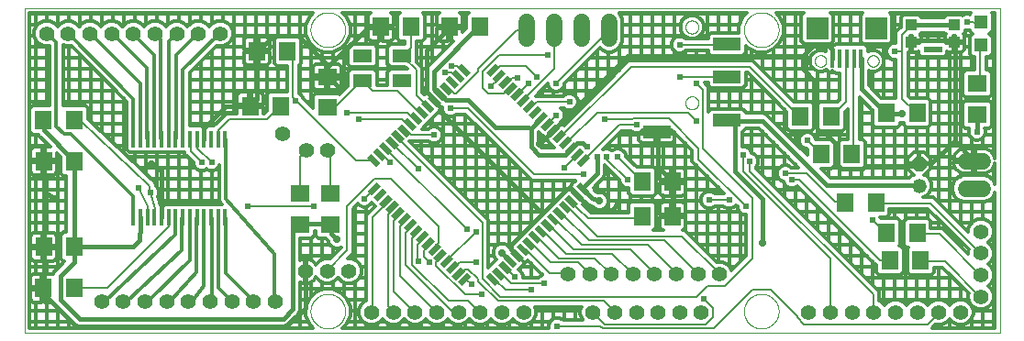
<source format=gtl>
G75*
%MOIN*%
%OFA0B0*%
%FSLAX25Y25*%
%IPPOS*%
%LPD*%
%AMOC8*
5,1,8,0,0,1.08239X$1,22.5*
%
%ADD10C,0.00000*%
%ADD11R,0.06299X0.07087*%
%ADD12R,0.07087X0.06299*%
%ADD13C,0.05600*%
%ADD14R,0.02200X0.04700*%
%ADD15R,0.04700X0.02200*%
%ADD16R,0.07087X0.04724*%
%ADD17R,0.07098X0.06299*%
%ADD18R,0.06299X0.07098*%
%ADD19R,0.01575X0.05906*%
%ADD20OC8,0.05200*%
%ADD21C,0.05200*%
%ADD22R,0.04724X0.04724*%
%ADD23R,0.09843X0.04724*%
%ADD24R,0.01575X0.06890*%
%ADD25R,0.07874X0.07874*%
%ADD26C,0.06000*%
%ADD27R,0.03937X0.03937*%
%ADD28R,0.06693X0.02165*%
%ADD29C,0.01800*%
%ADD30C,0.02400*%
%ADD31C,0.02800*%
%ADD32C,0.01200*%
%ADD33C,0.00800*%
D10*
X0001600Y0002700D02*
X0001600Y0120810D01*
X0355931Y0120810D01*
X0355931Y0002700D01*
X0001600Y0002700D01*
X0105537Y0010574D02*
X0105539Y0010732D01*
X0105545Y0010890D01*
X0105555Y0011048D01*
X0105569Y0011206D01*
X0105587Y0011363D01*
X0105608Y0011520D01*
X0105634Y0011676D01*
X0105664Y0011832D01*
X0105697Y0011987D01*
X0105735Y0012140D01*
X0105776Y0012293D01*
X0105821Y0012445D01*
X0105870Y0012596D01*
X0105923Y0012745D01*
X0105979Y0012893D01*
X0106039Y0013039D01*
X0106103Y0013184D01*
X0106171Y0013327D01*
X0106242Y0013469D01*
X0106316Y0013609D01*
X0106394Y0013746D01*
X0106476Y0013882D01*
X0106560Y0014016D01*
X0106649Y0014147D01*
X0106740Y0014276D01*
X0106835Y0014403D01*
X0106932Y0014528D01*
X0107033Y0014650D01*
X0107137Y0014769D01*
X0107244Y0014886D01*
X0107354Y0015000D01*
X0107467Y0015111D01*
X0107582Y0015220D01*
X0107700Y0015325D01*
X0107821Y0015427D01*
X0107944Y0015527D01*
X0108070Y0015623D01*
X0108198Y0015716D01*
X0108328Y0015806D01*
X0108461Y0015892D01*
X0108596Y0015976D01*
X0108732Y0016055D01*
X0108871Y0016132D01*
X0109012Y0016204D01*
X0109154Y0016274D01*
X0109298Y0016339D01*
X0109444Y0016401D01*
X0109591Y0016459D01*
X0109740Y0016514D01*
X0109890Y0016565D01*
X0110041Y0016612D01*
X0110193Y0016655D01*
X0110346Y0016694D01*
X0110501Y0016730D01*
X0110656Y0016761D01*
X0110812Y0016789D01*
X0110968Y0016813D01*
X0111125Y0016833D01*
X0111283Y0016849D01*
X0111440Y0016861D01*
X0111599Y0016869D01*
X0111757Y0016873D01*
X0111915Y0016873D01*
X0112073Y0016869D01*
X0112232Y0016861D01*
X0112389Y0016849D01*
X0112547Y0016833D01*
X0112704Y0016813D01*
X0112860Y0016789D01*
X0113016Y0016761D01*
X0113171Y0016730D01*
X0113326Y0016694D01*
X0113479Y0016655D01*
X0113631Y0016612D01*
X0113782Y0016565D01*
X0113932Y0016514D01*
X0114081Y0016459D01*
X0114228Y0016401D01*
X0114374Y0016339D01*
X0114518Y0016274D01*
X0114660Y0016204D01*
X0114801Y0016132D01*
X0114940Y0016055D01*
X0115076Y0015976D01*
X0115211Y0015892D01*
X0115344Y0015806D01*
X0115474Y0015716D01*
X0115602Y0015623D01*
X0115728Y0015527D01*
X0115851Y0015427D01*
X0115972Y0015325D01*
X0116090Y0015220D01*
X0116205Y0015111D01*
X0116318Y0015000D01*
X0116428Y0014886D01*
X0116535Y0014769D01*
X0116639Y0014650D01*
X0116740Y0014528D01*
X0116837Y0014403D01*
X0116932Y0014276D01*
X0117023Y0014147D01*
X0117112Y0014016D01*
X0117196Y0013882D01*
X0117278Y0013746D01*
X0117356Y0013609D01*
X0117430Y0013469D01*
X0117501Y0013327D01*
X0117569Y0013184D01*
X0117633Y0013039D01*
X0117693Y0012893D01*
X0117749Y0012745D01*
X0117802Y0012596D01*
X0117851Y0012445D01*
X0117896Y0012293D01*
X0117937Y0012140D01*
X0117975Y0011987D01*
X0118008Y0011832D01*
X0118038Y0011676D01*
X0118064Y0011520D01*
X0118085Y0011363D01*
X0118103Y0011206D01*
X0118117Y0011048D01*
X0118127Y0010890D01*
X0118133Y0010732D01*
X0118135Y0010574D01*
X0118133Y0010416D01*
X0118127Y0010258D01*
X0118117Y0010100D01*
X0118103Y0009942D01*
X0118085Y0009785D01*
X0118064Y0009628D01*
X0118038Y0009472D01*
X0118008Y0009316D01*
X0117975Y0009161D01*
X0117937Y0009008D01*
X0117896Y0008855D01*
X0117851Y0008703D01*
X0117802Y0008552D01*
X0117749Y0008403D01*
X0117693Y0008255D01*
X0117633Y0008109D01*
X0117569Y0007964D01*
X0117501Y0007821D01*
X0117430Y0007679D01*
X0117356Y0007539D01*
X0117278Y0007402D01*
X0117196Y0007266D01*
X0117112Y0007132D01*
X0117023Y0007001D01*
X0116932Y0006872D01*
X0116837Y0006745D01*
X0116740Y0006620D01*
X0116639Y0006498D01*
X0116535Y0006379D01*
X0116428Y0006262D01*
X0116318Y0006148D01*
X0116205Y0006037D01*
X0116090Y0005928D01*
X0115972Y0005823D01*
X0115851Y0005721D01*
X0115728Y0005621D01*
X0115602Y0005525D01*
X0115474Y0005432D01*
X0115344Y0005342D01*
X0115211Y0005256D01*
X0115076Y0005172D01*
X0114940Y0005093D01*
X0114801Y0005016D01*
X0114660Y0004944D01*
X0114518Y0004874D01*
X0114374Y0004809D01*
X0114228Y0004747D01*
X0114081Y0004689D01*
X0113932Y0004634D01*
X0113782Y0004583D01*
X0113631Y0004536D01*
X0113479Y0004493D01*
X0113326Y0004454D01*
X0113171Y0004418D01*
X0113016Y0004387D01*
X0112860Y0004359D01*
X0112704Y0004335D01*
X0112547Y0004315D01*
X0112389Y0004299D01*
X0112232Y0004287D01*
X0112073Y0004279D01*
X0111915Y0004275D01*
X0111757Y0004275D01*
X0111599Y0004279D01*
X0111440Y0004287D01*
X0111283Y0004299D01*
X0111125Y0004315D01*
X0110968Y0004335D01*
X0110812Y0004359D01*
X0110656Y0004387D01*
X0110501Y0004418D01*
X0110346Y0004454D01*
X0110193Y0004493D01*
X0110041Y0004536D01*
X0109890Y0004583D01*
X0109740Y0004634D01*
X0109591Y0004689D01*
X0109444Y0004747D01*
X0109298Y0004809D01*
X0109154Y0004874D01*
X0109012Y0004944D01*
X0108871Y0005016D01*
X0108732Y0005093D01*
X0108596Y0005172D01*
X0108461Y0005256D01*
X0108328Y0005342D01*
X0108198Y0005432D01*
X0108070Y0005525D01*
X0107944Y0005621D01*
X0107821Y0005721D01*
X0107700Y0005823D01*
X0107582Y0005928D01*
X0107467Y0006037D01*
X0107354Y0006148D01*
X0107244Y0006262D01*
X0107137Y0006379D01*
X0107033Y0006498D01*
X0106932Y0006620D01*
X0106835Y0006745D01*
X0106740Y0006872D01*
X0106649Y0007001D01*
X0106560Y0007132D01*
X0106476Y0007266D01*
X0106394Y0007402D01*
X0106316Y0007539D01*
X0106242Y0007679D01*
X0106171Y0007821D01*
X0106103Y0007964D01*
X0106039Y0008109D01*
X0105979Y0008255D01*
X0105923Y0008403D01*
X0105870Y0008552D01*
X0105821Y0008703D01*
X0105776Y0008855D01*
X0105735Y0009008D01*
X0105697Y0009161D01*
X0105664Y0009316D01*
X0105634Y0009472D01*
X0105608Y0009628D01*
X0105587Y0009785D01*
X0105569Y0009942D01*
X0105555Y0010100D01*
X0105545Y0010258D01*
X0105539Y0010416D01*
X0105537Y0010574D01*
X0263018Y0010574D02*
X0263020Y0010732D01*
X0263026Y0010890D01*
X0263036Y0011048D01*
X0263050Y0011206D01*
X0263068Y0011363D01*
X0263089Y0011520D01*
X0263115Y0011676D01*
X0263145Y0011832D01*
X0263178Y0011987D01*
X0263216Y0012140D01*
X0263257Y0012293D01*
X0263302Y0012445D01*
X0263351Y0012596D01*
X0263404Y0012745D01*
X0263460Y0012893D01*
X0263520Y0013039D01*
X0263584Y0013184D01*
X0263652Y0013327D01*
X0263723Y0013469D01*
X0263797Y0013609D01*
X0263875Y0013746D01*
X0263957Y0013882D01*
X0264041Y0014016D01*
X0264130Y0014147D01*
X0264221Y0014276D01*
X0264316Y0014403D01*
X0264413Y0014528D01*
X0264514Y0014650D01*
X0264618Y0014769D01*
X0264725Y0014886D01*
X0264835Y0015000D01*
X0264948Y0015111D01*
X0265063Y0015220D01*
X0265181Y0015325D01*
X0265302Y0015427D01*
X0265425Y0015527D01*
X0265551Y0015623D01*
X0265679Y0015716D01*
X0265809Y0015806D01*
X0265942Y0015892D01*
X0266077Y0015976D01*
X0266213Y0016055D01*
X0266352Y0016132D01*
X0266493Y0016204D01*
X0266635Y0016274D01*
X0266779Y0016339D01*
X0266925Y0016401D01*
X0267072Y0016459D01*
X0267221Y0016514D01*
X0267371Y0016565D01*
X0267522Y0016612D01*
X0267674Y0016655D01*
X0267827Y0016694D01*
X0267982Y0016730D01*
X0268137Y0016761D01*
X0268293Y0016789D01*
X0268449Y0016813D01*
X0268606Y0016833D01*
X0268764Y0016849D01*
X0268921Y0016861D01*
X0269080Y0016869D01*
X0269238Y0016873D01*
X0269396Y0016873D01*
X0269554Y0016869D01*
X0269713Y0016861D01*
X0269870Y0016849D01*
X0270028Y0016833D01*
X0270185Y0016813D01*
X0270341Y0016789D01*
X0270497Y0016761D01*
X0270652Y0016730D01*
X0270807Y0016694D01*
X0270960Y0016655D01*
X0271112Y0016612D01*
X0271263Y0016565D01*
X0271413Y0016514D01*
X0271562Y0016459D01*
X0271709Y0016401D01*
X0271855Y0016339D01*
X0271999Y0016274D01*
X0272141Y0016204D01*
X0272282Y0016132D01*
X0272421Y0016055D01*
X0272557Y0015976D01*
X0272692Y0015892D01*
X0272825Y0015806D01*
X0272955Y0015716D01*
X0273083Y0015623D01*
X0273209Y0015527D01*
X0273332Y0015427D01*
X0273453Y0015325D01*
X0273571Y0015220D01*
X0273686Y0015111D01*
X0273799Y0015000D01*
X0273909Y0014886D01*
X0274016Y0014769D01*
X0274120Y0014650D01*
X0274221Y0014528D01*
X0274318Y0014403D01*
X0274413Y0014276D01*
X0274504Y0014147D01*
X0274593Y0014016D01*
X0274677Y0013882D01*
X0274759Y0013746D01*
X0274837Y0013609D01*
X0274911Y0013469D01*
X0274982Y0013327D01*
X0275050Y0013184D01*
X0275114Y0013039D01*
X0275174Y0012893D01*
X0275230Y0012745D01*
X0275283Y0012596D01*
X0275332Y0012445D01*
X0275377Y0012293D01*
X0275418Y0012140D01*
X0275456Y0011987D01*
X0275489Y0011832D01*
X0275519Y0011676D01*
X0275545Y0011520D01*
X0275566Y0011363D01*
X0275584Y0011206D01*
X0275598Y0011048D01*
X0275608Y0010890D01*
X0275614Y0010732D01*
X0275616Y0010574D01*
X0275614Y0010416D01*
X0275608Y0010258D01*
X0275598Y0010100D01*
X0275584Y0009942D01*
X0275566Y0009785D01*
X0275545Y0009628D01*
X0275519Y0009472D01*
X0275489Y0009316D01*
X0275456Y0009161D01*
X0275418Y0009008D01*
X0275377Y0008855D01*
X0275332Y0008703D01*
X0275283Y0008552D01*
X0275230Y0008403D01*
X0275174Y0008255D01*
X0275114Y0008109D01*
X0275050Y0007964D01*
X0274982Y0007821D01*
X0274911Y0007679D01*
X0274837Y0007539D01*
X0274759Y0007402D01*
X0274677Y0007266D01*
X0274593Y0007132D01*
X0274504Y0007001D01*
X0274413Y0006872D01*
X0274318Y0006745D01*
X0274221Y0006620D01*
X0274120Y0006498D01*
X0274016Y0006379D01*
X0273909Y0006262D01*
X0273799Y0006148D01*
X0273686Y0006037D01*
X0273571Y0005928D01*
X0273453Y0005823D01*
X0273332Y0005721D01*
X0273209Y0005621D01*
X0273083Y0005525D01*
X0272955Y0005432D01*
X0272825Y0005342D01*
X0272692Y0005256D01*
X0272557Y0005172D01*
X0272421Y0005093D01*
X0272282Y0005016D01*
X0272141Y0004944D01*
X0271999Y0004874D01*
X0271855Y0004809D01*
X0271709Y0004747D01*
X0271562Y0004689D01*
X0271413Y0004634D01*
X0271263Y0004583D01*
X0271112Y0004536D01*
X0270960Y0004493D01*
X0270807Y0004454D01*
X0270652Y0004418D01*
X0270497Y0004387D01*
X0270341Y0004359D01*
X0270185Y0004335D01*
X0270028Y0004315D01*
X0269870Y0004299D01*
X0269713Y0004287D01*
X0269554Y0004279D01*
X0269396Y0004275D01*
X0269238Y0004275D01*
X0269080Y0004279D01*
X0268921Y0004287D01*
X0268764Y0004299D01*
X0268606Y0004315D01*
X0268449Y0004335D01*
X0268293Y0004359D01*
X0268137Y0004387D01*
X0267982Y0004418D01*
X0267827Y0004454D01*
X0267674Y0004493D01*
X0267522Y0004536D01*
X0267371Y0004583D01*
X0267221Y0004634D01*
X0267072Y0004689D01*
X0266925Y0004747D01*
X0266779Y0004809D01*
X0266635Y0004874D01*
X0266493Y0004944D01*
X0266352Y0005016D01*
X0266213Y0005093D01*
X0266077Y0005172D01*
X0265942Y0005256D01*
X0265809Y0005342D01*
X0265679Y0005432D01*
X0265551Y0005525D01*
X0265425Y0005621D01*
X0265302Y0005721D01*
X0265181Y0005823D01*
X0265063Y0005928D01*
X0264948Y0006037D01*
X0264835Y0006148D01*
X0264725Y0006262D01*
X0264618Y0006379D01*
X0264514Y0006498D01*
X0264413Y0006620D01*
X0264316Y0006745D01*
X0264221Y0006872D01*
X0264130Y0007001D01*
X0264041Y0007132D01*
X0263957Y0007266D01*
X0263875Y0007402D01*
X0263797Y0007539D01*
X0263723Y0007679D01*
X0263652Y0007821D01*
X0263584Y0007964D01*
X0263520Y0008109D01*
X0263460Y0008255D01*
X0263404Y0008403D01*
X0263351Y0008552D01*
X0263302Y0008703D01*
X0263257Y0008855D01*
X0263216Y0009008D01*
X0263178Y0009161D01*
X0263145Y0009316D01*
X0263115Y0009472D01*
X0263089Y0009628D01*
X0263068Y0009785D01*
X0263050Y0009942D01*
X0263036Y0010100D01*
X0263026Y0010258D01*
X0263020Y0010416D01*
X0263018Y0010574D01*
X0241738Y0086342D02*
X0241740Y0086439D01*
X0241746Y0086536D01*
X0241756Y0086632D01*
X0241770Y0086728D01*
X0241788Y0086824D01*
X0241809Y0086918D01*
X0241835Y0087012D01*
X0241864Y0087104D01*
X0241898Y0087195D01*
X0241934Y0087285D01*
X0241975Y0087373D01*
X0242019Y0087459D01*
X0242067Y0087544D01*
X0242118Y0087626D01*
X0242172Y0087707D01*
X0242230Y0087785D01*
X0242291Y0087860D01*
X0242354Y0087933D01*
X0242421Y0088004D01*
X0242491Y0088071D01*
X0242563Y0088136D01*
X0242638Y0088197D01*
X0242716Y0088256D01*
X0242795Y0088311D01*
X0242877Y0088363D01*
X0242961Y0088411D01*
X0243047Y0088456D01*
X0243135Y0088498D01*
X0243224Y0088536D01*
X0243315Y0088570D01*
X0243407Y0088600D01*
X0243500Y0088627D01*
X0243595Y0088649D01*
X0243690Y0088668D01*
X0243786Y0088683D01*
X0243882Y0088694D01*
X0243979Y0088701D01*
X0244076Y0088704D01*
X0244173Y0088703D01*
X0244270Y0088698D01*
X0244366Y0088689D01*
X0244462Y0088676D01*
X0244558Y0088659D01*
X0244653Y0088638D01*
X0244746Y0088614D01*
X0244839Y0088585D01*
X0244931Y0088553D01*
X0245021Y0088517D01*
X0245109Y0088478D01*
X0245196Y0088434D01*
X0245281Y0088388D01*
X0245364Y0088337D01*
X0245445Y0088284D01*
X0245523Y0088227D01*
X0245600Y0088167D01*
X0245673Y0088104D01*
X0245744Y0088038D01*
X0245812Y0087969D01*
X0245878Y0087897D01*
X0245940Y0087823D01*
X0245999Y0087746D01*
X0246055Y0087667D01*
X0246108Y0087585D01*
X0246158Y0087502D01*
X0246203Y0087416D01*
X0246246Y0087329D01*
X0246285Y0087240D01*
X0246320Y0087150D01*
X0246351Y0087058D01*
X0246378Y0086965D01*
X0246402Y0086871D01*
X0246422Y0086776D01*
X0246438Y0086680D01*
X0246450Y0086584D01*
X0246458Y0086487D01*
X0246462Y0086390D01*
X0246462Y0086294D01*
X0246458Y0086197D01*
X0246450Y0086100D01*
X0246438Y0086004D01*
X0246422Y0085908D01*
X0246402Y0085813D01*
X0246378Y0085719D01*
X0246351Y0085626D01*
X0246320Y0085534D01*
X0246285Y0085444D01*
X0246246Y0085355D01*
X0246203Y0085268D01*
X0246158Y0085182D01*
X0246108Y0085099D01*
X0246055Y0085017D01*
X0245999Y0084938D01*
X0245940Y0084861D01*
X0245878Y0084787D01*
X0245812Y0084715D01*
X0245744Y0084646D01*
X0245673Y0084580D01*
X0245600Y0084517D01*
X0245523Y0084457D01*
X0245445Y0084400D01*
X0245364Y0084347D01*
X0245281Y0084296D01*
X0245196Y0084250D01*
X0245109Y0084206D01*
X0245021Y0084167D01*
X0244931Y0084131D01*
X0244839Y0084099D01*
X0244746Y0084070D01*
X0244653Y0084046D01*
X0244558Y0084025D01*
X0244462Y0084008D01*
X0244366Y0083995D01*
X0244270Y0083986D01*
X0244173Y0083981D01*
X0244076Y0083980D01*
X0243979Y0083983D01*
X0243882Y0083990D01*
X0243786Y0084001D01*
X0243690Y0084016D01*
X0243595Y0084035D01*
X0243500Y0084057D01*
X0243407Y0084084D01*
X0243315Y0084114D01*
X0243224Y0084148D01*
X0243135Y0084186D01*
X0243047Y0084228D01*
X0242961Y0084273D01*
X0242877Y0084321D01*
X0242795Y0084373D01*
X0242716Y0084428D01*
X0242638Y0084487D01*
X0242563Y0084548D01*
X0242491Y0084613D01*
X0242421Y0084680D01*
X0242354Y0084751D01*
X0242291Y0084824D01*
X0242230Y0084899D01*
X0242172Y0084977D01*
X0242118Y0085058D01*
X0242067Y0085140D01*
X0242019Y0085225D01*
X0241975Y0085311D01*
X0241934Y0085399D01*
X0241898Y0085489D01*
X0241864Y0085580D01*
X0241835Y0085672D01*
X0241809Y0085766D01*
X0241788Y0085860D01*
X0241770Y0085956D01*
X0241756Y0086052D01*
X0241746Y0086148D01*
X0241740Y0086245D01*
X0241738Y0086342D01*
X0288736Y0101578D02*
X0288738Y0101669D01*
X0288744Y0101759D01*
X0288754Y0101850D01*
X0288768Y0101939D01*
X0288786Y0102028D01*
X0288807Y0102117D01*
X0288833Y0102204D01*
X0288862Y0102290D01*
X0288896Y0102374D01*
X0288932Y0102457D01*
X0288973Y0102539D01*
X0289017Y0102618D01*
X0289064Y0102696D01*
X0289115Y0102771D01*
X0289169Y0102844D01*
X0289226Y0102914D01*
X0289286Y0102982D01*
X0289349Y0103048D01*
X0289415Y0103110D01*
X0289484Y0103169D01*
X0289555Y0103226D01*
X0289629Y0103279D01*
X0289705Y0103329D01*
X0289783Y0103376D01*
X0289863Y0103419D01*
X0289944Y0103458D01*
X0290028Y0103494D01*
X0290113Y0103526D01*
X0290199Y0103555D01*
X0290286Y0103579D01*
X0290375Y0103600D01*
X0290464Y0103617D01*
X0290554Y0103630D01*
X0290644Y0103639D01*
X0290735Y0103644D01*
X0290826Y0103645D01*
X0290916Y0103642D01*
X0291007Y0103635D01*
X0291097Y0103624D01*
X0291187Y0103609D01*
X0291276Y0103590D01*
X0291364Y0103568D01*
X0291450Y0103541D01*
X0291536Y0103511D01*
X0291620Y0103477D01*
X0291703Y0103439D01*
X0291784Y0103398D01*
X0291863Y0103353D01*
X0291940Y0103304D01*
X0292014Y0103253D01*
X0292087Y0103198D01*
X0292157Y0103140D01*
X0292224Y0103079D01*
X0292288Y0103015D01*
X0292350Y0102949D01*
X0292409Y0102879D01*
X0292464Y0102808D01*
X0292517Y0102733D01*
X0292566Y0102657D01*
X0292612Y0102579D01*
X0292654Y0102498D01*
X0292693Y0102416D01*
X0292728Y0102332D01*
X0292759Y0102247D01*
X0292786Y0102160D01*
X0292810Y0102073D01*
X0292830Y0101984D01*
X0292846Y0101895D01*
X0292858Y0101805D01*
X0292866Y0101714D01*
X0292870Y0101623D01*
X0292870Y0101533D01*
X0292866Y0101442D01*
X0292858Y0101351D01*
X0292846Y0101261D01*
X0292830Y0101172D01*
X0292810Y0101083D01*
X0292786Y0100996D01*
X0292759Y0100909D01*
X0292728Y0100824D01*
X0292693Y0100740D01*
X0292654Y0100658D01*
X0292612Y0100577D01*
X0292566Y0100499D01*
X0292517Y0100423D01*
X0292464Y0100348D01*
X0292409Y0100277D01*
X0292350Y0100207D01*
X0292288Y0100141D01*
X0292224Y0100077D01*
X0292157Y0100016D01*
X0292087Y0099958D01*
X0292014Y0099903D01*
X0291940Y0099852D01*
X0291863Y0099803D01*
X0291784Y0099758D01*
X0291703Y0099717D01*
X0291620Y0099679D01*
X0291536Y0099645D01*
X0291450Y0099615D01*
X0291364Y0099588D01*
X0291276Y0099566D01*
X0291187Y0099547D01*
X0291097Y0099532D01*
X0291007Y0099521D01*
X0290916Y0099514D01*
X0290826Y0099511D01*
X0290735Y0099512D01*
X0290644Y0099517D01*
X0290554Y0099526D01*
X0290464Y0099539D01*
X0290375Y0099556D01*
X0290286Y0099577D01*
X0290199Y0099601D01*
X0290113Y0099630D01*
X0290028Y0099662D01*
X0289944Y0099698D01*
X0289863Y0099737D01*
X0289783Y0099780D01*
X0289705Y0099827D01*
X0289629Y0099877D01*
X0289555Y0099930D01*
X0289484Y0099987D01*
X0289415Y0100046D01*
X0289349Y0100108D01*
X0289286Y0100174D01*
X0289226Y0100242D01*
X0289169Y0100312D01*
X0289115Y0100385D01*
X0289064Y0100460D01*
X0289017Y0100538D01*
X0288973Y0100617D01*
X0288932Y0100699D01*
X0288896Y0100782D01*
X0288862Y0100866D01*
X0288833Y0100952D01*
X0288807Y0101039D01*
X0288786Y0101128D01*
X0288768Y0101217D01*
X0288754Y0101306D01*
X0288744Y0101397D01*
X0288738Y0101487D01*
X0288736Y0101578D01*
X0307830Y0101578D02*
X0307832Y0101669D01*
X0307838Y0101759D01*
X0307848Y0101850D01*
X0307862Y0101939D01*
X0307880Y0102028D01*
X0307901Y0102117D01*
X0307927Y0102204D01*
X0307956Y0102290D01*
X0307990Y0102374D01*
X0308026Y0102457D01*
X0308067Y0102539D01*
X0308111Y0102618D01*
X0308158Y0102696D01*
X0308209Y0102771D01*
X0308263Y0102844D01*
X0308320Y0102914D01*
X0308380Y0102982D01*
X0308443Y0103048D01*
X0308509Y0103110D01*
X0308578Y0103169D01*
X0308649Y0103226D01*
X0308723Y0103279D01*
X0308799Y0103329D01*
X0308877Y0103376D01*
X0308957Y0103419D01*
X0309038Y0103458D01*
X0309122Y0103494D01*
X0309207Y0103526D01*
X0309293Y0103555D01*
X0309380Y0103579D01*
X0309469Y0103600D01*
X0309558Y0103617D01*
X0309648Y0103630D01*
X0309738Y0103639D01*
X0309829Y0103644D01*
X0309920Y0103645D01*
X0310010Y0103642D01*
X0310101Y0103635D01*
X0310191Y0103624D01*
X0310281Y0103609D01*
X0310370Y0103590D01*
X0310458Y0103568D01*
X0310544Y0103541D01*
X0310630Y0103511D01*
X0310714Y0103477D01*
X0310797Y0103439D01*
X0310878Y0103398D01*
X0310957Y0103353D01*
X0311034Y0103304D01*
X0311108Y0103253D01*
X0311181Y0103198D01*
X0311251Y0103140D01*
X0311318Y0103079D01*
X0311382Y0103015D01*
X0311444Y0102949D01*
X0311503Y0102879D01*
X0311558Y0102808D01*
X0311611Y0102733D01*
X0311660Y0102657D01*
X0311706Y0102579D01*
X0311748Y0102498D01*
X0311787Y0102416D01*
X0311822Y0102332D01*
X0311853Y0102247D01*
X0311880Y0102160D01*
X0311904Y0102073D01*
X0311924Y0101984D01*
X0311940Y0101895D01*
X0311952Y0101805D01*
X0311960Y0101714D01*
X0311964Y0101623D01*
X0311964Y0101533D01*
X0311960Y0101442D01*
X0311952Y0101351D01*
X0311940Y0101261D01*
X0311924Y0101172D01*
X0311904Y0101083D01*
X0311880Y0100996D01*
X0311853Y0100909D01*
X0311822Y0100824D01*
X0311787Y0100740D01*
X0311748Y0100658D01*
X0311706Y0100577D01*
X0311660Y0100499D01*
X0311611Y0100423D01*
X0311558Y0100348D01*
X0311503Y0100277D01*
X0311444Y0100207D01*
X0311382Y0100141D01*
X0311318Y0100077D01*
X0311251Y0100016D01*
X0311181Y0099958D01*
X0311108Y0099903D01*
X0311034Y0099852D01*
X0310957Y0099803D01*
X0310878Y0099758D01*
X0310797Y0099717D01*
X0310714Y0099679D01*
X0310630Y0099645D01*
X0310544Y0099615D01*
X0310458Y0099588D01*
X0310370Y0099566D01*
X0310281Y0099547D01*
X0310191Y0099532D01*
X0310101Y0099521D01*
X0310010Y0099514D01*
X0309920Y0099511D01*
X0309829Y0099512D01*
X0309738Y0099517D01*
X0309648Y0099526D01*
X0309558Y0099539D01*
X0309469Y0099556D01*
X0309380Y0099577D01*
X0309293Y0099601D01*
X0309207Y0099630D01*
X0309122Y0099662D01*
X0309038Y0099698D01*
X0308957Y0099737D01*
X0308877Y0099780D01*
X0308799Y0099827D01*
X0308723Y0099877D01*
X0308649Y0099930D01*
X0308578Y0099987D01*
X0308509Y0100046D01*
X0308443Y0100108D01*
X0308380Y0100174D01*
X0308320Y0100242D01*
X0308263Y0100312D01*
X0308209Y0100385D01*
X0308158Y0100460D01*
X0308111Y0100538D01*
X0308067Y0100617D01*
X0308026Y0100699D01*
X0307990Y0100782D01*
X0307956Y0100866D01*
X0307927Y0100952D01*
X0307901Y0101039D01*
X0307880Y0101128D01*
X0307862Y0101217D01*
X0307848Y0101306D01*
X0307838Y0101397D01*
X0307832Y0101487D01*
X0307830Y0101578D01*
X0263018Y0112936D02*
X0263020Y0113094D01*
X0263026Y0113252D01*
X0263036Y0113410D01*
X0263050Y0113568D01*
X0263068Y0113725D01*
X0263089Y0113882D01*
X0263115Y0114038D01*
X0263145Y0114194D01*
X0263178Y0114349D01*
X0263216Y0114502D01*
X0263257Y0114655D01*
X0263302Y0114807D01*
X0263351Y0114958D01*
X0263404Y0115107D01*
X0263460Y0115255D01*
X0263520Y0115401D01*
X0263584Y0115546D01*
X0263652Y0115689D01*
X0263723Y0115831D01*
X0263797Y0115971D01*
X0263875Y0116108D01*
X0263957Y0116244D01*
X0264041Y0116378D01*
X0264130Y0116509D01*
X0264221Y0116638D01*
X0264316Y0116765D01*
X0264413Y0116890D01*
X0264514Y0117012D01*
X0264618Y0117131D01*
X0264725Y0117248D01*
X0264835Y0117362D01*
X0264948Y0117473D01*
X0265063Y0117582D01*
X0265181Y0117687D01*
X0265302Y0117789D01*
X0265425Y0117889D01*
X0265551Y0117985D01*
X0265679Y0118078D01*
X0265809Y0118168D01*
X0265942Y0118254D01*
X0266077Y0118338D01*
X0266213Y0118417D01*
X0266352Y0118494D01*
X0266493Y0118566D01*
X0266635Y0118636D01*
X0266779Y0118701D01*
X0266925Y0118763D01*
X0267072Y0118821D01*
X0267221Y0118876D01*
X0267371Y0118927D01*
X0267522Y0118974D01*
X0267674Y0119017D01*
X0267827Y0119056D01*
X0267982Y0119092D01*
X0268137Y0119123D01*
X0268293Y0119151D01*
X0268449Y0119175D01*
X0268606Y0119195D01*
X0268764Y0119211D01*
X0268921Y0119223D01*
X0269080Y0119231D01*
X0269238Y0119235D01*
X0269396Y0119235D01*
X0269554Y0119231D01*
X0269713Y0119223D01*
X0269870Y0119211D01*
X0270028Y0119195D01*
X0270185Y0119175D01*
X0270341Y0119151D01*
X0270497Y0119123D01*
X0270652Y0119092D01*
X0270807Y0119056D01*
X0270960Y0119017D01*
X0271112Y0118974D01*
X0271263Y0118927D01*
X0271413Y0118876D01*
X0271562Y0118821D01*
X0271709Y0118763D01*
X0271855Y0118701D01*
X0271999Y0118636D01*
X0272141Y0118566D01*
X0272282Y0118494D01*
X0272421Y0118417D01*
X0272557Y0118338D01*
X0272692Y0118254D01*
X0272825Y0118168D01*
X0272955Y0118078D01*
X0273083Y0117985D01*
X0273209Y0117889D01*
X0273332Y0117789D01*
X0273453Y0117687D01*
X0273571Y0117582D01*
X0273686Y0117473D01*
X0273799Y0117362D01*
X0273909Y0117248D01*
X0274016Y0117131D01*
X0274120Y0117012D01*
X0274221Y0116890D01*
X0274318Y0116765D01*
X0274413Y0116638D01*
X0274504Y0116509D01*
X0274593Y0116378D01*
X0274677Y0116244D01*
X0274759Y0116108D01*
X0274837Y0115971D01*
X0274911Y0115831D01*
X0274982Y0115689D01*
X0275050Y0115546D01*
X0275114Y0115401D01*
X0275174Y0115255D01*
X0275230Y0115107D01*
X0275283Y0114958D01*
X0275332Y0114807D01*
X0275377Y0114655D01*
X0275418Y0114502D01*
X0275456Y0114349D01*
X0275489Y0114194D01*
X0275519Y0114038D01*
X0275545Y0113882D01*
X0275566Y0113725D01*
X0275584Y0113568D01*
X0275598Y0113410D01*
X0275608Y0113252D01*
X0275614Y0113094D01*
X0275616Y0112936D01*
X0275614Y0112778D01*
X0275608Y0112620D01*
X0275598Y0112462D01*
X0275584Y0112304D01*
X0275566Y0112147D01*
X0275545Y0111990D01*
X0275519Y0111834D01*
X0275489Y0111678D01*
X0275456Y0111523D01*
X0275418Y0111370D01*
X0275377Y0111217D01*
X0275332Y0111065D01*
X0275283Y0110914D01*
X0275230Y0110765D01*
X0275174Y0110617D01*
X0275114Y0110471D01*
X0275050Y0110326D01*
X0274982Y0110183D01*
X0274911Y0110041D01*
X0274837Y0109901D01*
X0274759Y0109764D01*
X0274677Y0109628D01*
X0274593Y0109494D01*
X0274504Y0109363D01*
X0274413Y0109234D01*
X0274318Y0109107D01*
X0274221Y0108982D01*
X0274120Y0108860D01*
X0274016Y0108741D01*
X0273909Y0108624D01*
X0273799Y0108510D01*
X0273686Y0108399D01*
X0273571Y0108290D01*
X0273453Y0108185D01*
X0273332Y0108083D01*
X0273209Y0107983D01*
X0273083Y0107887D01*
X0272955Y0107794D01*
X0272825Y0107704D01*
X0272692Y0107618D01*
X0272557Y0107534D01*
X0272421Y0107455D01*
X0272282Y0107378D01*
X0272141Y0107306D01*
X0271999Y0107236D01*
X0271855Y0107171D01*
X0271709Y0107109D01*
X0271562Y0107051D01*
X0271413Y0106996D01*
X0271263Y0106945D01*
X0271112Y0106898D01*
X0270960Y0106855D01*
X0270807Y0106816D01*
X0270652Y0106780D01*
X0270497Y0106749D01*
X0270341Y0106721D01*
X0270185Y0106697D01*
X0270028Y0106677D01*
X0269870Y0106661D01*
X0269713Y0106649D01*
X0269554Y0106641D01*
X0269396Y0106637D01*
X0269238Y0106637D01*
X0269080Y0106641D01*
X0268921Y0106649D01*
X0268764Y0106661D01*
X0268606Y0106677D01*
X0268449Y0106697D01*
X0268293Y0106721D01*
X0268137Y0106749D01*
X0267982Y0106780D01*
X0267827Y0106816D01*
X0267674Y0106855D01*
X0267522Y0106898D01*
X0267371Y0106945D01*
X0267221Y0106996D01*
X0267072Y0107051D01*
X0266925Y0107109D01*
X0266779Y0107171D01*
X0266635Y0107236D01*
X0266493Y0107306D01*
X0266352Y0107378D01*
X0266213Y0107455D01*
X0266077Y0107534D01*
X0265942Y0107618D01*
X0265809Y0107704D01*
X0265679Y0107794D01*
X0265551Y0107887D01*
X0265425Y0107983D01*
X0265302Y0108083D01*
X0265181Y0108185D01*
X0265063Y0108290D01*
X0264948Y0108399D01*
X0264835Y0108510D01*
X0264725Y0108624D01*
X0264618Y0108741D01*
X0264514Y0108860D01*
X0264413Y0108982D01*
X0264316Y0109107D01*
X0264221Y0109234D01*
X0264130Y0109363D01*
X0264041Y0109494D01*
X0263957Y0109628D01*
X0263875Y0109764D01*
X0263797Y0109901D01*
X0263723Y0110041D01*
X0263652Y0110183D01*
X0263584Y0110326D01*
X0263520Y0110471D01*
X0263460Y0110617D01*
X0263404Y0110765D01*
X0263351Y0110914D01*
X0263302Y0111065D01*
X0263257Y0111217D01*
X0263216Y0111370D01*
X0263178Y0111523D01*
X0263145Y0111678D01*
X0263115Y0111834D01*
X0263089Y0111990D01*
X0263068Y0112147D01*
X0263050Y0112304D01*
X0263036Y0112462D01*
X0263026Y0112620D01*
X0263020Y0112778D01*
X0263018Y0112936D01*
X0241738Y0113901D02*
X0241740Y0113998D01*
X0241746Y0114095D01*
X0241756Y0114191D01*
X0241770Y0114287D01*
X0241788Y0114383D01*
X0241809Y0114477D01*
X0241835Y0114571D01*
X0241864Y0114663D01*
X0241898Y0114754D01*
X0241934Y0114844D01*
X0241975Y0114932D01*
X0242019Y0115018D01*
X0242067Y0115103D01*
X0242118Y0115185D01*
X0242172Y0115266D01*
X0242230Y0115344D01*
X0242291Y0115419D01*
X0242354Y0115492D01*
X0242421Y0115563D01*
X0242491Y0115630D01*
X0242563Y0115695D01*
X0242638Y0115756D01*
X0242716Y0115815D01*
X0242795Y0115870D01*
X0242877Y0115922D01*
X0242961Y0115970D01*
X0243047Y0116015D01*
X0243135Y0116057D01*
X0243224Y0116095D01*
X0243315Y0116129D01*
X0243407Y0116159D01*
X0243500Y0116186D01*
X0243595Y0116208D01*
X0243690Y0116227D01*
X0243786Y0116242D01*
X0243882Y0116253D01*
X0243979Y0116260D01*
X0244076Y0116263D01*
X0244173Y0116262D01*
X0244270Y0116257D01*
X0244366Y0116248D01*
X0244462Y0116235D01*
X0244558Y0116218D01*
X0244653Y0116197D01*
X0244746Y0116173D01*
X0244839Y0116144D01*
X0244931Y0116112D01*
X0245021Y0116076D01*
X0245109Y0116037D01*
X0245196Y0115993D01*
X0245281Y0115947D01*
X0245364Y0115896D01*
X0245445Y0115843D01*
X0245523Y0115786D01*
X0245600Y0115726D01*
X0245673Y0115663D01*
X0245744Y0115597D01*
X0245812Y0115528D01*
X0245878Y0115456D01*
X0245940Y0115382D01*
X0245999Y0115305D01*
X0246055Y0115226D01*
X0246108Y0115144D01*
X0246158Y0115061D01*
X0246203Y0114975D01*
X0246246Y0114888D01*
X0246285Y0114799D01*
X0246320Y0114709D01*
X0246351Y0114617D01*
X0246378Y0114524D01*
X0246402Y0114430D01*
X0246422Y0114335D01*
X0246438Y0114239D01*
X0246450Y0114143D01*
X0246458Y0114046D01*
X0246462Y0113949D01*
X0246462Y0113853D01*
X0246458Y0113756D01*
X0246450Y0113659D01*
X0246438Y0113563D01*
X0246422Y0113467D01*
X0246402Y0113372D01*
X0246378Y0113278D01*
X0246351Y0113185D01*
X0246320Y0113093D01*
X0246285Y0113003D01*
X0246246Y0112914D01*
X0246203Y0112827D01*
X0246158Y0112741D01*
X0246108Y0112658D01*
X0246055Y0112576D01*
X0245999Y0112497D01*
X0245940Y0112420D01*
X0245878Y0112346D01*
X0245812Y0112274D01*
X0245744Y0112205D01*
X0245673Y0112139D01*
X0245600Y0112076D01*
X0245523Y0112016D01*
X0245445Y0111959D01*
X0245364Y0111906D01*
X0245281Y0111855D01*
X0245196Y0111809D01*
X0245109Y0111765D01*
X0245021Y0111726D01*
X0244931Y0111690D01*
X0244839Y0111658D01*
X0244746Y0111629D01*
X0244653Y0111605D01*
X0244558Y0111584D01*
X0244462Y0111567D01*
X0244366Y0111554D01*
X0244270Y0111545D01*
X0244173Y0111540D01*
X0244076Y0111539D01*
X0243979Y0111542D01*
X0243882Y0111549D01*
X0243786Y0111560D01*
X0243690Y0111575D01*
X0243595Y0111594D01*
X0243500Y0111616D01*
X0243407Y0111643D01*
X0243315Y0111673D01*
X0243224Y0111707D01*
X0243135Y0111745D01*
X0243047Y0111787D01*
X0242961Y0111832D01*
X0242877Y0111880D01*
X0242795Y0111932D01*
X0242716Y0111987D01*
X0242638Y0112046D01*
X0242563Y0112107D01*
X0242491Y0112172D01*
X0242421Y0112239D01*
X0242354Y0112310D01*
X0242291Y0112383D01*
X0242230Y0112458D01*
X0242172Y0112536D01*
X0242118Y0112617D01*
X0242067Y0112699D01*
X0242019Y0112784D01*
X0241975Y0112870D01*
X0241934Y0112958D01*
X0241898Y0113048D01*
X0241864Y0113139D01*
X0241835Y0113231D01*
X0241809Y0113325D01*
X0241788Y0113419D01*
X0241770Y0113515D01*
X0241756Y0113611D01*
X0241746Y0113707D01*
X0241740Y0113804D01*
X0241738Y0113901D01*
X0105537Y0112936D02*
X0105539Y0113094D01*
X0105545Y0113252D01*
X0105555Y0113410D01*
X0105569Y0113568D01*
X0105587Y0113725D01*
X0105608Y0113882D01*
X0105634Y0114038D01*
X0105664Y0114194D01*
X0105697Y0114349D01*
X0105735Y0114502D01*
X0105776Y0114655D01*
X0105821Y0114807D01*
X0105870Y0114958D01*
X0105923Y0115107D01*
X0105979Y0115255D01*
X0106039Y0115401D01*
X0106103Y0115546D01*
X0106171Y0115689D01*
X0106242Y0115831D01*
X0106316Y0115971D01*
X0106394Y0116108D01*
X0106476Y0116244D01*
X0106560Y0116378D01*
X0106649Y0116509D01*
X0106740Y0116638D01*
X0106835Y0116765D01*
X0106932Y0116890D01*
X0107033Y0117012D01*
X0107137Y0117131D01*
X0107244Y0117248D01*
X0107354Y0117362D01*
X0107467Y0117473D01*
X0107582Y0117582D01*
X0107700Y0117687D01*
X0107821Y0117789D01*
X0107944Y0117889D01*
X0108070Y0117985D01*
X0108198Y0118078D01*
X0108328Y0118168D01*
X0108461Y0118254D01*
X0108596Y0118338D01*
X0108732Y0118417D01*
X0108871Y0118494D01*
X0109012Y0118566D01*
X0109154Y0118636D01*
X0109298Y0118701D01*
X0109444Y0118763D01*
X0109591Y0118821D01*
X0109740Y0118876D01*
X0109890Y0118927D01*
X0110041Y0118974D01*
X0110193Y0119017D01*
X0110346Y0119056D01*
X0110501Y0119092D01*
X0110656Y0119123D01*
X0110812Y0119151D01*
X0110968Y0119175D01*
X0111125Y0119195D01*
X0111283Y0119211D01*
X0111440Y0119223D01*
X0111599Y0119231D01*
X0111757Y0119235D01*
X0111915Y0119235D01*
X0112073Y0119231D01*
X0112232Y0119223D01*
X0112389Y0119211D01*
X0112547Y0119195D01*
X0112704Y0119175D01*
X0112860Y0119151D01*
X0113016Y0119123D01*
X0113171Y0119092D01*
X0113326Y0119056D01*
X0113479Y0119017D01*
X0113631Y0118974D01*
X0113782Y0118927D01*
X0113932Y0118876D01*
X0114081Y0118821D01*
X0114228Y0118763D01*
X0114374Y0118701D01*
X0114518Y0118636D01*
X0114660Y0118566D01*
X0114801Y0118494D01*
X0114940Y0118417D01*
X0115076Y0118338D01*
X0115211Y0118254D01*
X0115344Y0118168D01*
X0115474Y0118078D01*
X0115602Y0117985D01*
X0115728Y0117889D01*
X0115851Y0117789D01*
X0115972Y0117687D01*
X0116090Y0117582D01*
X0116205Y0117473D01*
X0116318Y0117362D01*
X0116428Y0117248D01*
X0116535Y0117131D01*
X0116639Y0117012D01*
X0116740Y0116890D01*
X0116837Y0116765D01*
X0116932Y0116638D01*
X0117023Y0116509D01*
X0117112Y0116378D01*
X0117196Y0116244D01*
X0117278Y0116108D01*
X0117356Y0115971D01*
X0117430Y0115831D01*
X0117501Y0115689D01*
X0117569Y0115546D01*
X0117633Y0115401D01*
X0117693Y0115255D01*
X0117749Y0115107D01*
X0117802Y0114958D01*
X0117851Y0114807D01*
X0117896Y0114655D01*
X0117937Y0114502D01*
X0117975Y0114349D01*
X0118008Y0114194D01*
X0118038Y0114038D01*
X0118064Y0113882D01*
X0118085Y0113725D01*
X0118103Y0113568D01*
X0118117Y0113410D01*
X0118127Y0113252D01*
X0118133Y0113094D01*
X0118135Y0112936D01*
X0118133Y0112778D01*
X0118127Y0112620D01*
X0118117Y0112462D01*
X0118103Y0112304D01*
X0118085Y0112147D01*
X0118064Y0111990D01*
X0118038Y0111834D01*
X0118008Y0111678D01*
X0117975Y0111523D01*
X0117937Y0111370D01*
X0117896Y0111217D01*
X0117851Y0111065D01*
X0117802Y0110914D01*
X0117749Y0110765D01*
X0117693Y0110617D01*
X0117633Y0110471D01*
X0117569Y0110326D01*
X0117501Y0110183D01*
X0117430Y0110041D01*
X0117356Y0109901D01*
X0117278Y0109764D01*
X0117196Y0109628D01*
X0117112Y0109494D01*
X0117023Y0109363D01*
X0116932Y0109234D01*
X0116837Y0109107D01*
X0116740Y0108982D01*
X0116639Y0108860D01*
X0116535Y0108741D01*
X0116428Y0108624D01*
X0116318Y0108510D01*
X0116205Y0108399D01*
X0116090Y0108290D01*
X0115972Y0108185D01*
X0115851Y0108083D01*
X0115728Y0107983D01*
X0115602Y0107887D01*
X0115474Y0107794D01*
X0115344Y0107704D01*
X0115211Y0107618D01*
X0115076Y0107534D01*
X0114940Y0107455D01*
X0114801Y0107378D01*
X0114660Y0107306D01*
X0114518Y0107236D01*
X0114374Y0107171D01*
X0114228Y0107109D01*
X0114081Y0107051D01*
X0113932Y0106996D01*
X0113782Y0106945D01*
X0113631Y0106898D01*
X0113479Y0106855D01*
X0113326Y0106816D01*
X0113171Y0106780D01*
X0113016Y0106749D01*
X0112860Y0106721D01*
X0112704Y0106697D01*
X0112547Y0106677D01*
X0112389Y0106661D01*
X0112232Y0106649D01*
X0112073Y0106641D01*
X0111915Y0106637D01*
X0111757Y0106637D01*
X0111599Y0106641D01*
X0111440Y0106649D01*
X0111283Y0106661D01*
X0111125Y0106677D01*
X0110968Y0106697D01*
X0110812Y0106721D01*
X0110656Y0106749D01*
X0110501Y0106780D01*
X0110346Y0106816D01*
X0110193Y0106855D01*
X0110041Y0106898D01*
X0109890Y0106945D01*
X0109740Y0106996D01*
X0109591Y0107051D01*
X0109444Y0107109D01*
X0109298Y0107171D01*
X0109154Y0107236D01*
X0109012Y0107306D01*
X0108871Y0107378D01*
X0108732Y0107455D01*
X0108596Y0107534D01*
X0108461Y0107618D01*
X0108328Y0107704D01*
X0108198Y0107794D01*
X0108070Y0107887D01*
X0107944Y0107983D01*
X0107821Y0108083D01*
X0107700Y0108185D01*
X0107582Y0108290D01*
X0107467Y0108399D01*
X0107354Y0108510D01*
X0107244Y0108624D01*
X0107137Y0108741D01*
X0107033Y0108860D01*
X0106932Y0108982D01*
X0106835Y0109107D01*
X0106740Y0109234D01*
X0106649Y0109363D01*
X0106560Y0109494D01*
X0106476Y0109628D01*
X0106394Y0109764D01*
X0106316Y0109901D01*
X0106242Y0110041D01*
X0106171Y0110183D01*
X0106103Y0110326D01*
X0106039Y0110471D01*
X0105979Y0110617D01*
X0105923Y0110765D01*
X0105870Y0110914D01*
X0105821Y0111065D01*
X0105776Y0111217D01*
X0105735Y0111370D01*
X0105697Y0111523D01*
X0105664Y0111678D01*
X0105634Y0111834D01*
X0105608Y0111990D01*
X0105587Y0112147D01*
X0105569Y0112304D01*
X0105555Y0112462D01*
X0105545Y0112620D01*
X0105539Y0112778D01*
X0105537Y0112936D01*
D11*
X0131088Y0113950D03*
X0142112Y0113950D03*
X0156088Y0113950D03*
X0167112Y0113950D03*
X0094612Y0085200D03*
X0083588Y0085200D03*
X0019612Y0065200D03*
X0008588Y0065200D03*
X0008588Y0033950D03*
X0019612Y0033950D03*
X0226088Y0045200D03*
X0237112Y0045200D03*
X0237112Y0057700D03*
X0226088Y0057700D03*
D12*
X0111600Y0084688D03*
X0111600Y0095712D03*
D13*
X0072673Y0111529D03*
X0064799Y0111529D03*
X0056925Y0111529D03*
X0049051Y0111529D03*
X0041177Y0111529D03*
X0033303Y0111529D03*
X0025429Y0111529D03*
X0017555Y0111529D03*
X0009681Y0111529D03*
X0095350Y0075200D03*
X0103913Y0068950D03*
X0111787Y0068950D03*
X0111600Y0025200D03*
X0103726Y0025200D03*
X0119474Y0025200D03*
X0092673Y0014029D03*
X0084799Y0014029D03*
X0076925Y0014029D03*
X0069051Y0014029D03*
X0061177Y0014029D03*
X0053303Y0014029D03*
X0045429Y0014029D03*
X0037555Y0014029D03*
X0029681Y0014029D03*
X0127791Y0010200D03*
X0135665Y0010200D03*
X0143539Y0010200D03*
X0151413Y0010200D03*
X0159287Y0010200D03*
X0167161Y0010200D03*
X0175035Y0010200D03*
X0182909Y0010200D03*
X0208165Y0010200D03*
X0216039Y0010200D03*
X0223913Y0010200D03*
X0231787Y0010200D03*
X0239661Y0010200D03*
X0247535Y0010200D03*
X0246285Y0023950D03*
X0254159Y0023950D03*
X0238411Y0023950D03*
X0230537Y0023950D03*
X0222663Y0023950D03*
X0214789Y0023950D03*
X0206915Y0023950D03*
X0199041Y0023950D03*
X0286541Y0010200D03*
X0294415Y0010200D03*
X0302289Y0010200D03*
X0310163Y0010200D03*
X0318037Y0010200D03*
X0325911Y0010200D03*
X0333785Y0010200D03*
X0341659Y0010200D03*
X0349100Y0015889D03*
X0349100Y0023763D03*
X0349100Y0031637D03*
X0349100Y0039511D03*
D14*
G36*
X0202203Y0055921D02*
X0203759Y0057477D01*
X0207081Y0054155D01*
X0205525Y0052599D01*
X0202203Y0055921D01*
G37*
G36*
X0200011Y0053729D02*
X0201567Y0055285D01*
X0204889Y0051963D01*
X0203333Y0050407D01*
X0200011Y0053729D01*
G37*
G36*
X0197819Y0051537D02*
X0199375Y0053093D01*
X0202697Y0049771D01*
X0201141Y0048215D01*
X0197819Y0051537D01*
G37*
G36*
X0195627Y0049345D02*
X0197183Y0050901D01*
X0200505Y0047579D01*
X0198949Y0046023D01*
X0195627Y0049345D01*
G37*
G36*
X0193435Y0047153D02*
X0194991Y0048709D01*
X0198313Y0045387D01*
X0196757Y0043831D01*
X0193435Y0047153D01*
G37*
G36*
X0191243Y0044961D02*
X0192799Y0046517D01*
X0196121Y0043195D01*
X0194565Y0041639D01*
X0191243Y0044961D01*
G37*
G36*
X0189051Y0042769D02*
X0190607Y0044325D01*
X0193929Y0041003D01*
X0192373Y0039447D01*
X0189051Y0042769D01*
G37*
G36*
X0186859Y0040577D02*
X0188415Y0042133D01*
X0191737Y0038811D01*
X0190181Y0037255D01*
X0186859Y0040577D01*
G37*
G36*
X0184667Y0038385D02*
X0186223Y0039941D01*
X0189545Y0036619D01*
X0187989Y0035063D01*
X0184667Y0038385D01*
G37*
G36*
X0182475Y0036193D02*
X0184031Y0037749D01*
X0187353Y0034427D01*
X0185797Y0032871D01*
X0182475Y0036193D01*
G37*
G36*
X0180283Y0034001D02*
X0181839Y0035557D01*
X0185161Y0032235D01*
X0183605Y0030679D01*
X0180283Y0034001D01*
G37*
G36*
X0178091Y0031809D02*
X0179647Y0033365D01*
X0182969Y0030043D01*
X0181413Y0028487D01*
X0178091Y0031809D01*
G37*
G36*
X0175899Y0029617D02*
X0177455Y0031173D01*
X0180777Y0027851D01*
X0179221Y0026295D01*
X0175899Y0029617D01*
G37*
G36*
X0173707Y0027425D02*
X0175263Y0028981D01*
X0178585Y0025659D01*
X0177029Y0024103D01*
X0173707Y0027425D01*
G37*
G36*
X0171515Y0025233D02*
X0173071Y0026789D01*
X0176393Y0023467D01*
X0174837Y0021911D01*
X0171515Y0025233D01*
G37*
G36*
X0169323Y0023041D02*
X0170879Y0024597D01*
X0174201Y0021275D01*
X0172645Y0019719D01*
X0169323Y0023041D01*
G37*
G36*
X0126119Y0066245D02*
X0127675Y0067801D01*
X0130997Y0064479D01*
X0129441Y0062923D01*
X0126119Y0066245D01*
G37*
G36*
X0128311Y0068437D02*
X0129867Y0069993D01*
X0133189Y0066671D01*
X0131633Y0065115D01*
X0128311Y0068437D01*
G37*
G36*
X0130503Y0070629D02*
X0132059Y0072185D01*
X0135381Y0068863D01*
X0133825Y0067307D01*
X0130503Y0070629D01*
G37*
G36*
X0132695Y0072821D02*
X0134251Y0074377D01*
X0137573Y0071055D01*
X0136017Y0069499D01*
X0132695Y0072821D01*
G37*
G36*
X0134887Y0075013D02*
X0136443Y0076569D01*
X0139765Y0073247D01*
X0138209Y0071691D01*
X0134887Y0075013D01*
G37*
G36*
X0137079Y0077205D02*
X0138635Y0078761D01*
X0141957Y0075439D01*
X0140401Y0073883D01*
X0137079Y0077205D01*
G37*
G36*
X0139271Y0079397D02*
X0140827Y0080953D01*
X0144149Y0077631D01*
X0142593Y0076075D01*
X0139271Y0079397D01*
G37*
G36*
X0141463Y0081589D02*
X0143019Y0083145D01*
X0146341Y0079823D01*
X0144785Y0078267D01*
X0141463Y0081589D01*
G37*
G36*
X0143655Y0083781D02*
X0145211Y0085337D01*
X0148533Y0082015D01*
X0146977Y0080459D01*
X0143655Y0083781D01*
G37*
G36*
X0145847Y0085973D02*
X0147403Y0087529D01*
X0150725Y0084207D01*
X0149169Y0082651D01*
X0145847Y0085973D01*
G37*
G36*
X0148039Y0088165D02*
X0149595Y0089721D01*
X0152917Y0086399D01*
X0151361Y0084843D01*
X0148039Y0088165D01*
G37*
G36*
X0150231Y0090357D02*
X0151787Y0091913D01*
X0155109Y0088591D01*
X0153553Y0087035D01*
X0150231Y0090357D01*
G37*
G36*
X0152423Y0092549D02*
X0153979Y0094105D01*
X0157301Y0090783D01*
X0155745Y0089227D01*
X0152423Y0092549D01*
G37*
G36*
X0154615Y0094741D02*
X0156171Y0096297D01*
X0159493Y0092975D01*
X0157937Y0091419D01*
X0154615Y0094741D01*
G37*
G36*
X0156807Y0096933D02*
X0158363Y0098489D01*
X0161685Y0095167D01*
X0160129Y0093611D01*
X0156807Y0096933D01*
G37*
G36*
X0158999Y0099125D02*
X0160555Y0100681D01*
X0163877Y0097359D01*
X0162321Y0095803D01*
X0158999Y0099125D01*
G37*
D15*
G36*
X0169323Y0097359D02*
X0172645Y0100681D01*
X0174201Y0099125D01*
X0170879Y0095803D01*
X0169323Y0097359D01*
G37*
G36*
X0171515Y0095167D02*
X0174837Y0098489D01*
X0176393Y0096933D01*
X0173071Y0093611D01*
X0171515Y0095167D01*
G37*
G36*
X0173707Y0092975D02*
X0177029Y0096297D01*
X0178585Y0094741D01*
X0175263Y0091419D01*
X0173707Y0092975D01*
G37*
G36*
X0175899Y0090783D02*
X0179221Y0094105D01*
X0180777Y0092549D01*
X0177455Y0089227D01*
X0175899Y0090783D01*
G37*
G36*
X0178091Y0088591D02*
X0181413Y0091913D01*
X0182969Y0090357D01*
X0179647Y0087035D01*
X0178091Y0088591D01*
G37*
G36*
X0180283Y0086399D02*
X0183605Y0089721D01*
X0185161Y0088165D01*
X0181839Y0084843D01*
X0180283Y0086399D01*
G37*
G36*
X0182475Y0084207D02*
X0185797Y0087529D01*
X0187353Y0085973D01*
X0184031Y0082651D01*
X0182475Y0084207D01*
G37*
G36*
X0184667Y0082015D02*
X0187989Y0085337D01*
X0189545Y0083781D01*
X0186223Y0080459D01*
X0184667Y0082015D01*
G37*
G36*
X0186859Y0079823D02*
X0190181Y0083145D01*
X0191737Y0081589D01*
X0188415Y0078267D01*
X0186859Y0079823D01*
G37*
G36*
X0189051Y0077631D02*
X0192373Y0080953D01*
X0193929Y0079397D01*
X0190607Y0076075D01*
X0189051Y0077631D01*
G37*
G36*
X0191243Y0075439D02*
X0194565Y0078761D01*
X0196121Y0077205D01*
X0192799Y0073883D01*
X0191243Y0075439D01*
G37*
G36*
X0193435Y0073247D02*
X0196757Y0076569D01*
X0198313Y0075013D01*
X0194991Y0071691D01*
X0193435Y0073247D01*
G37*
G36*
X0195627Y0071055D02*
X0198949Y0074377D01*
X0200505Y0072821D01*
X0197183Y0069499D01*
X0195627Y0071055D01*
G37*
G36*
X0197819Y0068863D02*
X0201141Y0072185D01*
X0202697Y0070629D01*
X0199375Y0067307D01*
X0197819Y0068863D01*
G37*
G36*
X0200011Y0066671D02*
X0203333Y0069993D01*
X0204889Y0068437D01*
X0201567Y0065115D01*
X0200011Y0066671D01*
G37*
G36*
X0202203Y0064479D02*
X0205525Y0067801D01*
X0207081Y0066245D01*
X0203759Y0062923D01*
X0202203Y0064479D01*
G37*
G36*
X0139271Y0041003D02*
X0142593Y0044325D01*
X0144149Y0042769D01*
X0140827Y0039447D01*
X0139271Y0041003D01*
G37*
G36*
X0141463Y0038811D02*
X0144785Y0042133D01*
X0146341Y0040577D01*
X0143019Y0037255D01*
X0141463Y0038811D01*
G37*
G36*
X0143655Y0036619D02*
X0146977Y0039941D01*
X0148533Y0038385D01*
X0145211Y0035063D01*
X0143655Y0036619D01*
G37*
G36*
X0145847Y0034427D02*
X0149169Y0037749D01*
X0150725Y0036193D01*
X0147403Y0032871D01*
X0145847Y0034427D01*
G37*
G36*
X0148039Y0032235D02*
X0151361Y0035557D01*
X0152917Y0034001D01*
X0149595Y0030679D01*
X0148039Y0032235D01*
G37*
G36*
X0150231Y0030043D02*
X0153553Y0033365D01*
X0155109Y0031809D01*
X0151787Y0028487D01*
X0150231Y0030043D01*
G37*
G36*
X0152423Y0027851D02*
X0155745Y0031173D01*
X0157301Y0029617D01*
X0153979Y0026295D01*
X0152423Y0027851D01*
G37*
G36*
X0154615Y0025659D02*
X0157937Y0028981D01*
X0159493Y0027425D01*
X0156171Y0024103D01*
X0154615Y0025659D01*
G37*
G36*
X0156807Y0023467D02*
X0160129Y0026789D01*
X0161685Y0025233D01*
X0158363Y0021911D01*
X0156807Y0023467D01*
G37*
G36*
X0158999Y0021275D02*
X0162321Y0024597D01*
X0163877Y0023041D01*
X0160555Y0019719D01*
X0158999Y0021275D01*
G37*
G36*
X0137079Y0043195D02*
X0140401Y0046517D01*
X0141957Y0044961D01*
X0138635Y0041639D01*
X0137079Y0043195D01*
G37*
G36*
X0134887Y0045387D02*
X0138209Y0048709D01*
X0139765Y0047153D01*
X0136443Y0043831D01*
X0134887Y0045387D01*
G37*
G36*
X0132695Y0047579D02*
X0136017Y0050901D01*
X0137573Y0049345D01*
X0134251Y0046023D01*
X0132695Y0047579D01*
G37*
G36*
X0130503Y0049771D02*
X0133825Y0053093D01*
X0135381Y0051537D01*
X0132059Y0048215D01*
X0130503Y0049771D01*
G37*
G36*
X0128311Y0051963D02*
X0131633Y0055285D01*
X0133189Y0053729D01*
X0129867Y0050407D01*
X0128311Y0051963D01*
G37*
G36*
X0126119Y0054155D02*
X0129441Y0057477D01*
X0130997Y0055921D01*
X0127675Y0052599D01*
X0126119Y0054155D01*
G37*
D16*
X0124317Y0094422D03*
X0138883Y0094422D03*
X0138883Y0103478D03*
X0124317Y0103478D03*
D17*
X0112850Y0053298D03*
X0101600Y0053298D03*
X0101600Y0042102D03*
X0112850Y0042102D03*
X0347850Y0082102D03*
X0347850Y0093298D03*
D18*
X0325948Y0082700D03*
X0314752Y0082700D03*
X0294698Y0081450D03*
X0283502Y0081450D03*
X0291002Y0067700D03*
X0302198Y0067700D03*
X0299752Y0050200D03*
X0310948Y0050200D03*
X0314752Y0038950D03*
X0325948Y0038950D03*
X0327198Y0028950D03*
X0316002Y0028950D03*
X0097198Y0105200D03*
X0086002Y0105200D03*
X0019698Y0080200D03*
X0008502Y0080200D03*
X0008502Y0018950D03*
X0019698Y0018950D03*
D19*
X0041216Y0044678D03*
X0043775Y0044678D03*
X0046334Y0044678D03*
X0048893Y0044678D03*
X0051452Y0044678D03*
X0054011Y0044678D03*
X0056570Y0044678D03*
X0059130Y0044678D03*
X0061689Y0044678D03*
X0064248Y0044678D03*
X0066807Y0044678D03*
X0069366Y0044678D03*
X0071925Y0044678D03*
X0074484Y0044678D03*
X0074484Y0073222D03*
X0071925Y0073222D03*
X0069366Y0073222D03*
X0066807Y0073222D03*
X0064248Y0073222D03*
X0061689Y0073222D03*
X0059130Y0073222D03*
X0056570Y0073222D03*
X0054011Y0073222D03*
X0051452Y0073222D03*
X0048893Y0073222D03*
X0046334Y0073222D03*
X0043775Y0073222D03*
X0041216Y0073222D03*
D20*
X0326600Y0064200D03*
D21*
X0326600Y0056200D03*
D22*
X0349100Y0107316D03*
X0349100Y0115584D03*
D23*
X0256895Y0107602D03*
X0256895Y0095791D03*
X0256895Y0080043D03*
X0231305Y0075712D03*
D24*
X0295232Y0102385D03*
X0297791Y0102385D03*
X0300350Y0102385D03*
X0302909Y0102385D03*
X0305468Y0102385D03*
D25*
X0311078Y0113507D03*
X0289622Y0113507D03*
D26*
X0214100Y0115700D02*
X0214100Y0109700D01*
X0204100Y0109700D02*
X0204100Y0115700D01*
X0194100Y0115700D02*
X0194100Y0109700D01*
X0184100Y0109700D02*
X0184100Y0115700D01*
X0343600Y0065200D02*
X0349600Y0065200D01*
X0349600Y0055200D02*
X0343600Y0055200D01*
D27*
X0339474Y0108300D03*
X0323726Y0108300D03*
X0323726Y0114600D03*
X0339474Y0114600D03*
D28*
X0331600Y0105840D03*
D29*
X0324100Y0108300D02*
X0324100Y0108950D01*
X0339100Y0108950D01*
X0339474Y0108300D01*
X0339600Y0108300D01*
X0339600Y0072300D01*
X0338800Y0071900D01*
X0331200Y0064300D01*
X0326800Y0064300D01*
X0326600Y0064200D01*
X0326000Y0063500D01*
X0307200Y0063500D01*
X0306000Y0062300D01*
X0298400Y0062300D01*
X0296000Y0064700D01*
X0296000Y0071900D01*
X0292000Y0075900D01*
X0290800Y0075900D01*
X0288400Y0078300D01*
X0288400Y0094550D01*
X0284300Y0098650D01*
X0284300Y0103500D01*
X0287950Y0107150D01*
X0293650Y0107150D01*
X0295200Y0105600D01*
X0295200Y0102700D01*
X0295232Y0102385D01*
X0305468Y0102385D02*
X0305600Y0102300D01*
X0305600Y0091500D01*
X0314400Y0082700D01*
X0314752Y0082700D01*
X0315600Y0082300D01*
X0320400Y0082300D01*
X0347600Y0081900D02*
X0347600Y0075900D01*
X0339600Y0072300D02*
X0346400Y0065500D01*
X0346600Y0065200D01*
X0326600Y0056200D02*
X0326400Y0056300D01*
X0293200Y0056300D01*
X0269600Y0079900D01*
X0257200Y0079900D01*
X0256895Y0080043D01*
X0259600Y0079100D01*
X0259600Y0061500D01*
X0269650Y0051450D01*
X0269650Y0035400D01*
X0237112Y0045200D02*
X0237200Y0045500D01*
X0237200Y0050700D01*
X0217450Y0050700D01*
X0215450Y0047450D01*
X0207650Y0047450D01*
X0202800Y0052300D01*
X0202450Y0052846D01*
X0202400Y0053100D01*
X0200400Y0055100D01*
X0198800Y0055100D01*
X0189800Y0046100D01*
X0153200Y0082700D01*
X0153200Y0084300D01*
X0150800Y0086700D01*
X0150478Y0087282D01*
X0150400Y0087500D01*
X0147600Y0090300D01*
X0147600Y0091100D01*
X0146800Y0091100D01*
X0147600Y0091100D02*
X0147600Y0105500D01*
X0156000Y0113900D01*
X0156088Y0113950D01*
X0166800Y0114300D02*
X0167112Y0113950D01*
X0166800Y0114300D02*
X0150400Y0097900D01*
X0150400Y0091500D01*
X0152400Y0089500D01*
X0152670Y0089474D01*
X0153200Y0089100D01*
X0154800Y0087500D01*
X0162800Y0087500D01*
X0172800Y0077500D01*
X0184800Y0077500D01*
X0185600Y0077100D01*
X0189200Y0080700D01*
X0189298Y0080706D01*
X0185600Y0077100D02*
X0185600Y0070300D01*
X0188400Y0067500D01*
X0198000Y0067500D01*
X0200000Y0069500D01*
X0200258Y0069746D01*
X0200800Y0070300D01*
X0202400Y0071900D01*
X0204400Y0071900D01*
X0206000Y0070300D01*
X0209600Y0066700D02*
X0209600Y0060700D01*
X0204800Y0055900D01*
X0204642Y0055038D01*
X0204800Y0054700D01*
X0207600Y0051900D01*
X0210500Y0050650D01*
X0189800Y0046100D02*
X0178400Y0034700D01*
X0178400Y0033100D01*
X0180400Y0031100D01*
X0180530Y0030926D01*
X0178338Y0028734D02*
X0178000Y0029100D01*
X0175200Y0031900D01*
X0115200Y0036700D02*
X0113200Y0038700D01*
X0113200Y0041500D01*
X0112850Y0042102D01*
X0112800Y0042300D01*
X0101600Y0042300D01*
X0101600Y0042102D01*
X0101200Y0041500D01*
X0099200Y0039500D01*
X0099200Y0011500D01*
X0095600Y0007900D01*
X0021600Y0007900D01*
X0014800Y0014700D01*
X0014800Y0023500D01*
X0019600Y0028300D01*
X0019600Y0033100D01*
X0019612Y0033950D01*
X0040975Y0033950D01*
X0043475Y0036450D01*
X0043787Y0041763D01*
X0043775Y0044678D01*
X0051452Y0044678D02*
X0051452Y0061598D01*
X0047850Y0063950D01*
X0066807Y0073222D02*
X0066800Y0073500D01*
X0066800Y0077100D01*
X0074800Y0085100D01*
X0083200Y0085100D01*
X0083588Y0085200D01*
X0084000Y0085900D01*
X0086000Y0087900D01*
X0086000Y0105100D01*
X0086002Y0105200D01*
X0086800Y0105500D01*
X0092000Y0110700D01*
X0101200Y0110700D01*
X0112200Y0099700D01*
X0111600Y0099100D01*
X0111600Y0095712D01*
X0112400Y0095500D01*
X0116800Y0091100D01*
X0112200Y0099700D02*
X0126400Y0113900D01*
X0130800Y0113900D01*
X0131088Y0113950D01*
X0194000Y0076700D02*
X0220800Y0103500D01*
X0284300Y0103500D01*
X0323726Y0108300D02*
X0324100Y0108300D01*
X0323726Y0114600D02*
X0339474Y0114600D01*
X0347850Y0082102D02*
X0347600Y0081900D01*
X0237200Y0057500D02*
X0237200Y0050700D01*
X0237200Y0057500D02*
X0237112Y0057700D01*
X0236400Y0058300D01*
X0231600Y0063100D01*
X0231600Y0075500D01*
X0231305Y0075712D01*
X0194000Y0076700D02*
X0193682Y0076322D01*
X0193200Y0075900D01*
X0188800Y0071500D01*
X0103726Y0025200D02*
X0103600Y0025100D01*
X0103600Y0011900D01*
X0096800Y0005100D01*
X0020400Y0005100D01*
X0009200Y0016300D01*
X0009200Y0018300D01*
X0008502Y0018950D01*
X0008800Y0019100D01*
X0008800Y0033900D01*
X0008588Y0033950D01*
X0008800Y0034700D01*
X0008800Y0053950D01*
X0012850Y0051450D01*
X0008800Y0053950D02*
X0008800Y0065100D01*
X0008588Y0065200D01*
X0019200Y0065900D02*
X0019612Y0065200D01*
X0019600Y0065100D01*
X0019600Y0034300D01*
X0019612Y0033950D01*
X0019200Y0065900D02*
X0008800Y0076300D01*
X0008800Y0079900D01*
X0008502Y0080200D01*
D30*
X0066000Y0064700D03*
X0069600Y0064700D03*
X0047450Y0053650D03*
X0043000Y0055300D03*
X0082900Y0048700D03*
X0106800Y0048700D03*
X0125200Y0051500D03*
X0144800Y0062300D03*
X0134400Y0064700D03*
X0150400Y0074700D03*
X0123200Y0080300D03*
X0118850Y0082700D03*
X0100000Y0087100D03*
X0154400Y0097500D03*
X0156800Y0099900D03*
X0171200Y0092300D03*
X0180800Y0095500D03*
X0184800Y0093500D03*
X0187600Y0095900D03*
X0194800Y0093500D03*
X0199600Y0086700D03*
X0194800Y0081900D03*
X0212400Y0080300D03*
X0224000Y0078300D03*
X0206000Y0070300D03*
X0209600Y0066700D03*
X0213200Y0066700D03*
X0217200Y0066700D03*
X0204800Y0060300D03*
X0197600Y0062700D03*
X0220800Y0058300D03*
X0250400Y0051100D03*
X0257600Y0051100D03*
X0263600Y0048700D03*
X0280400Y0058300D03*
X0278000Y0060700D03*
X0265200Y0065100D03*
X0262800Y0067500D03*
X0286000Y0072700D03*
X0245600Y0079900D03*
X0245600Y0093500D03*
X0239600Y0095900D03*
X0239600Y0107500D03*
X0191600Y0103900D03*
X0156400Y0084300D03*
X0162400Y0040300D03*
X0165600Y0039500D03*
X0144800Y0028700D03*
X0148800Y0028300D03*
X0165600Y0028300D03*
X0179600Y0023100D03*
X0185600Y0018300D03*
X0190400Y0020700D03*
X0167600Y0016700D03*
X0164000Y0020300D03*
X0195200Y0005100D03*
X0248400Y0015100D03*
X0309600Y0043900D03*
X0347600Y0075900D03*
X0317800Y0105100D03*
X0343950Y0115650D03*
D31*
X0320400Y0082300D03*
X0210500Y0050650D03*
X0175200Y0031900D03*
X0115200Y0036700D03*
X0047850Y0063950D03*
X0012850Y0051450D03*
X0116800Y0091100D03*
X0146800Y0091100D03*
X0188800Y0071500D03*
X0269650Y0035400D03*
D32*
X0263800Y0034700D02*
X0246711Y0034700D01*
X0245600Y0035811D02*
X0245600Y0063589D01*
X0246489Y0062700D02*
X0240938Y0062700D01*
X0240879Y0062734D02*
X0240472Y0062843D01*
X0237712Y0062843D01*
X0237712Y0058300D01*
X0241861Y0058300D01*
X0241861Y0061454D01*
X0241752Y0061861D01*
X0241542Y0062226D01*
X0241244Y0062524D01*
X0240879Y0062734D01*
X0241600Y0062125D02*
X0241600Y0071589D01*
X0242489Y0070700D02*
X0213111Y0070700D01*
X0213600Y0071189D02*
X0213600Y0069700D01*
X0213797Y0069700D02*
X0212603Y0069700D01*
X0211763Y0069352D01*
X0218511Y0076100D01*
X0221957Y0076100D01*
X0222301Y0075757D01*
X0223403Y0075300D01*
X0224597Y0075300D01*
X0225699Y0075757D01*
X0226236Y0076293D01*
X0230724Y0076293D01*
X0230724Y0075131D01*
X0231886Y0075131D01*
X0231886Y0076293D01*
X0236896Y0076293D01*
X0244200Y0068989D01*
X0244200Y0064989D01*
X0255723Y0053466D01*
X0255557Y0053300D01*
X0252443Y0053300D01*
X0252099Y0053643D01*
X0250997Y0054100D01*
X0249803Y0054100D01*
X0248701Y0053643D01*
X0247857Y0052799D01*
X0247400Y0051697D01*
X0247400Y0050503D01*
X0247857Y0049401D01*
X0248701Y0048557D01*
X0249803Y0048100D01*
X0250997Y0048100D01*
X0252099Y0048557D01*
X0252443Y0048900D01*
X0255557Y0048900D01*
X0255901Y0048557D01*
X0257003Y0048100D01*
X0258197Y0048100D01*
X0259299Y0048557D01*
X0259966Y0049223D01*
X0260600Y0048589D01*
X0260600Y0048103D01*
X0261057Y0047001D01*
X0261901Y0046157D01*
X0263003Y0045700D01*
X0263800Y0045700D01*
X0263800Y0030811D01*
X0258494Y0025505D01*
X0258059Y0026556D01*
X0256765Y0027850D01*
X0255074Y0028550D01*
X0253244Y0028550D01*
X0252973Y0028438D01*
X0241311Y0040100D01*
X0240634Y0040100D01*
X0240879Y0040166D01*
X0241244Y0040376D01*
X0241542Y0040674D01*
X0241752Y0041039D01*
X0241861Y0041446D01*
X0241861Y0044600D01*
X0237712Y0044600D01*
X0237712Y0045800D01*
X0241861Y0045800D01*
X0241861Y0048954D01*
X0241752Y0049361D01*
X0241542Y0049726D01*
X0241244Y0050024D01*
X0240879Y0050234D01*
X0240472Y0050343D01*
X0237712Y0050343D01*
X0237712Y0045800D01*
X0236512Y0045800D01*
X0236512Y0050343D01*
X0233752Y0050343D01*
X0233345Y0050234D01*
X0232980Y0050024D01*
X0232682Y0049726D01*
X0232471Y0049361D01*
X0232362Y0048954D01*
X0232362Y0045800D01*
X0236512Y0045800D01*
X0236512Y0044600D01*
X0232362Y0044600D01*
X0232362Y0041446D01*
X0232471Y0041039D01*
X0232682Y0040674D01*
X0232980Y0040376D01*
X0233345Y0040166D01*
X0233590Y0040100D01*
X0230227Y0040100D01*
X0231038Y0040911D01*
X0231038Y0049489D01*
X0229983Y0050543D01*
X0222193Y0050543D01*
X0221139Y0049489D01*
X0221139Y0046450D01*
X0207311Y0046450D01*
X0204498Y0049263D01*
X0204498Y0049307D01*
X0205243Y0050053D01*
X0202450Y0052846D01*
X0199657Y0055639D01*
X0198912Y0054894D01*
X0198629Y0054894D01*
X0196437Y0052702D01*
X0196437Y0052702D01*
X0194245Y0050509D01*
X0192053Y0048317D01*
X0189443Y0045707D01*
X0187669Y0043933D01*
X0185477Y0041741D01*
X0182867Y0039131D01*
X0181093Y0037357D01*
X0181093Y0037357D01*
X0178483Y0034747D01*
X0178483Y0034464D01*
X0177822Y0033804D01*
X0177013Y0034613D01*
X0175837Y0035100D01*
X0174563Y0035100D01*
X0173387Y0034613D01*
X0172487Y0033713D01*
X0172000Y0032537D01*
X0172000Y0031263D01*
X0172487Y0030087D01*
X0173155Y0029420D01*
X0172324Y0028589D01*
X0170200Y0026465D01*
X0170200Y0043611D01*
X0168911Y0044900D01*
X0141438Y0072373D01*
X0141565Y0072500D01*
X0148357Y0072500D01*
X0148701Y0072157D01*
X0149803Y0071700D01*
X0150997Y0071700D01*
X0152099Y0072157D01*
X0152943Y0073001D01*
X0153400Y0074103D01*
X0153400Y0075297D01*
X0152943Y0076399D01*
X0152099Y0077243D01*
X0150997Y0077700D01*
X0149803Y0077700D01*
X0148701Y0077243D01*
X0148357Y0076900D01*
X0145965Y0076900D01*
X0148141Y0079077D01*
X0150333Y0081269D01*
X0152525Y0083461D01*
X0152525Y0083744D01*
X0153271Y0084489D01*
X0150478Y0087282D01*
X0150478Y0087282D01*
X0153271Y0084489D01*
X0153400Y0084618D01*
X0153400Y0083703D01*
X0153857Y0082601D01*
X0154701Y0081757D01*
X0155803Y0081300D01*
X0156997Y0081300D01*
X0158099Y0081757D01*
X0158443Y0082100D01*
X0161889Y0082100D01*
X0184600Y0059389D01*
X0185889Y0058100D01*
X0201835Y0058100D01*
X0200403Y0056668D01*
X0200403Y0056385D01*
X0199657Y0055639D01*
X0202450Y0052846D01*
X0202450Y0052846D01*
X0202450Y0052846D01*
X0205243Y0050053D01*
X0205436Y0050246D01*
X0205677Y0050005D01*
X0206038Y0049633D01*
X0206056Y0049625D01*
X0206071Y0049611D01*
X0206549Y0049413D01*
X0207766Y0048888D01*
X0207787Y0048837D01*
X0208687Y0047937D01*
X0209863Y0047450D01*
X0211137Y0047450D01*
X0212313Y0047937D01*
X0213213Y0048837D01*
X0213700Y0050013D01*
X0213700Y0051287D01*
X0213213Y0052463D01*
X0212313Y0053363D01*
X0211137Y0053850D01*
X0209897Y0053850D01*
X0209144Y0054175D01*
X0208882Y0054437D01*
X0208882Y0054900D01*
X0208250Y0055532D01*
X0211889Y0059171D01*
X0212300Y0060163D01*
X0212300Y0063689D01*
X0217800Y0058189D01*
X0217800Y0057703D01*
X0218257Y0056601D01*
X0219101Y0055757D01*
X0220203Y0055300D01*
X0221139Y0055300D01*
X0221139Y0053411D01*
X0222193Y0052357D01*
X0229983Y0052357D01*
X0231038Y0053411D01*
X0231038Y0061989D01*
X0229983Y0063043D01*
X0223968Y0063043D01*
X0220200Y0066811D01*
X0220200Y0067297D01*
X0219743Y0068399D01*
X0218899Y0069243D01*
X0217797Y0069700D01*
X0216603Y0069700D01*
X0215501Y0069243D01*
X0215200Y0068943D01*
X0214899Y0069243D01*
X0213797Y0069700D01*
X0217600Y0069700D02*
X0217600Y0075189D01*
X0217111Y0074700D02*
X0224783Y0074700D01*
X0224783Y0075131D02*
X0224783Y0073139D01*
X0224892Y0072732D01*
X0225103Y0072367D01*
X0225401Y0072069D01*
X0225766Y0071859D01*
X0226173Y0071750D01*
X0230724Y0071750D01*
X0230724Y0075131D01*
X0224783Y0075131D01*
X0225600Y0075131D02*
X0225600Y0075716D01*
X0221600Y0076100D02*
X0221600Y0065411D01*
X0220311Y0066700D02*
X0244200Y0066700D01*
X0237712Y0062700D02*
X0236512Y0062700D01*
X0236512Y0062843D02*
X0233752Y0062843D01*
X0233345Y0062734D01*
X0232980Y0062524D01*
X0232682Y0062226D01*
X0232471Y0061861D01*
X0232362Y0061454D01*
X0232362Y0058300D01*
X0236512Y0058300D01*
X0236512Y0062843D01*
X0233600Y0062803D02*
X0233600Y0071750D01*
X0231886Y0071750D02*
X0236437Y0071750D01*
X0236844Y0071859D01*
X0237208Y0072069D01*
X0237506Y0072367D01*
X0237717Y0072732D01*
X0237826Y0073139D01*
X0237826Y0075131D01*
X0231886Y0075131D01*
X0231886Y0071750D01*
X0229600Y0071750D02*
X0229600Y0063043D01*
X0230327Y0062700D02*
X0233285Y0062700D01*
X0225600Y0063043D02*
X0225600Y0071954D01*
X0229600Y0075131D02*
X0229600Y0076293D01*
X0230724Y0074700D02*
X0231886Y0074700D01*
X0233600Y0075131D02*
X0233600Y0076293D01*
X0237600Y0075589D02*
X0237600Y0075131D01*
X0237826Y0074700D02*
X0238489Y0074700D01*
X0237600Y0072529D02*
X0237600Y0058300D01*
X0237712Y0058300D02*
X0236512Y0058300D01*
X0236512Y0057100D01*
X0237712Y0057100D01*
X0237712Y0058300D01*
X0237712Y0058700D02*
X0236512Y0058700D01*
X0236512Y0057100D02*
X0232362Y0057100D01*
X0232362Y0053946D01*
X0232471Y0053539D01*
X0232682Y0053174D01*
X0232980Y0052876D01*
X0233345Y0052666D01*
X0233752Y0052557D01*
X0236512Y0052557D01*
X0236512Y0057100D01*
X0237600Y0057100D02*
X0237600Y0045800D01*
X0237712Y0046700D02*
X0236512Y0046700D01*
X0233600Y0045800D02*
X0233600Y0044600D01*
X0232362Y0042700D02*
X0231038Y0042700D01*
X0241600Y0044600D02*
X0241600Y0045800D01*
X0241861Y0046700D02*
X0261357Y0046700D01*
X0261600Y0046457D02*
X0261600Y0028611D01*
X0263689Y0030700D02*
X0250711Y0030700D01*
X0249600Y0031811D02*
X0249600Y0048184D01*
X0247400Y0050700D02*
X0213700Y0050700D01*
X0213600Y0051528D02*
X0213600Y0062389D01*
X0213289Y0062700D02*
X0212300Y0062700D01*
X0211418Y0058700D02*
X0217289Y0058700D01*
X0217600Y0058389D02*
X0217600Y0046450D01*
X0221139Y0046700D02*
X0207061Y0046700D01*
X0205600Y0048161D02*
X0205600Y0050082D01*
X0204596Y0050700D02*
X0204596Y0050700D01*
X0201600Y0053696D02*
X0201600Y0053696D01*
X0200596Y0054700D02*
X0200596Y0054700D01*
X0198435Y0054700D02*
X0159111Y0054700D01*
X0157600Y0056211D02*
X0157600Y0081550D01*
X0153816Y0082700D02*
X0151765Y0082700D01*
X0153600Y0083220D02*
X0153600Y0060211D01*
X0155111Y0058700D02*
X0185289Y0058700D01*
X0185600Y0058389D02*
X0185600Y0041865D01*
X0186435Y0042700D02*
X0170200Y0042700D01*
X0169600Y0044211D02*
X0169600Y0074389D01*
X0169289Y0074700D02*
X0153400Y0074700D01*
X0149600Y0071784D02*
X0149600Y0064211D01*
X0151111Y0062700D02*
X0181289Y0062700D01*
X0181600Y0062389D02*
X0181600Y0037865D01*
X0182435Y0038700D02*
X0170200Y0038700D01*
X0170200Y0034700D02*
X0173598Y0034700D01*
X0173600Y0034701D02*
X0173600Y0070389D01*
X0173289Y0070700D02*
X0143111Y0070700D01*
X0141600Y0072211D02*
X0141600Y0072500D01*
X0145600Y0072500D02*
X0145600Y0068211D01*
X0147111Y0066700D02*
X0177289Y0066700D01*
X0177600Y0066389D02*
X0177600Y0034025D01*
X0176802Y0034700D02*
X0178483Y0034700D01*
X0180530Y0030926D02*
X0183323Y0028133D01*
X0184069Y0028878D01*
X0184351Y0028878D01*
X0184531Y0029058D01*
X0189889Y0023700D01*
X0189803Y0023700D01*
X0188701Y0023243D01*
X0188357Y0022900D01*
X0182600Y0022900D01*
X0182600Y0023697D01*
X0182143Y0024799D01*
X0181299Y0025643D01*
X0181170Y0025697D01*
X0182577Y0027104D01*
X0182577Y0027387D01*
X0183323Y0028133D01*
X0180530Y0030926D01*
X0180530Y0030926D01*
X0180756Y0030700D02*
X0180756Y0030700D01*
X0181600Y0029856D02*
X0181600Y0029856D01*
X0185600Y0027989D02*
X0185600Y0022900D01*
X0189600Y0023616D02*
X0189600Y0023989D01*
X0186889Y0026700D02*
X0182173Y0026700D01*
X0181600Y0026127D02*
X0181600Y0025343D01*
X0172324Y0028589D02*
X0172324Y0028589D01*
X0172233Y0030700D02*
X0170200Y0030700D01*
X0170200Y0026700D02*
X0170435Y0026700D01*
X0182867Y0039131D02*
X0182867Y0039131D01*
X0187669Y0043933D02*
X0187669Y0043933D01*
X0189443Y0045707D02*
X0189443Y0045707D01*
X0189600Y0045865D02*
X0189600Y0058100D01*
X0193600Y0058100D02*
X0193600Y0049865D01*
X0194435Y0050700D02*
X0163111Y0050700D01*
X0161600Y0052211D02*
X0161600Y0082100D01*
X0165289Y0078700D02*
X0147765Y0078700D01*
X0149600Y0077616D02*
X0149600Y0080535D01*
X0150333Y0081269D02*
X0150333Y0081269D01*
X0151060Y0086700D02*
X0151060Y0086700D01*
X0150478Y0087282D02*
X0147685Y0090075D01*
X0146939Y0089330D01*
X0146832Y0089330D01*
X0146200Y0089961D01*
X0146200Y0099211D01*
X0144227Y0101184D01*
X0144227Y0106585D01*
X0144200Y0106612D01*
X0144200Y0108607D01*
X0146007Y0108607D01*
X0147061Y0109661D01*
X0147061Y0118239D01*
X0146290Y0119010D01*
X0152418Y0119010D01*
X0152321Y0118984D01*
X0151956Y0118774D01*
X0151658Y0118476D01*
X0151448Y0118111D01*
X0151339Y0117704D01*
X0151339Y0114550D01*
X0155488Y0114550D01*
X0155488Y0113350D01*
X0151339Y0113350D01*
X0151339Y0110196D01*
X0151448Y0109789D01*
X0151658Y0109424D01*
X0151956Y0109126D01*
X0152321Y0108916D01*
X0152728Y0108807D01*
X0155488Y0108807D01*
X0155488Y0113350D01*
X0156688Y0113350D01*
X0156688Y0108807D01*
X0157488Y0108807D01*
X0148111Y0099429D01*
X0147700Y0098437D01*
X0147700Y0090963D01*
X0147956Y0090346D01*
X0147685Y0090075D01*
X0150478Y0087282D01*
X0150478Y0087282D01*
X0149600Y0088160D02*
X0149600Y0088160D01*
X0147809Y0090700D02*
X0146200Y0090700D01*
X0146200Y0094700D02*
X0147700Y0094700D01*
X0147809Y0098700D02*
X0146200Y0098700D01*
X0145600Y0099811D02*
X0145600Y0108607D01*
X0144200Y0106700D02*
X0155382Y0106700D01*
X0153600Y0104918D02*
X0153600Y0108807D01*
X0155488Y0110700D02*
X0156688Y0110700D01*
X0160838Y0112156D02*
X0160838Y0113350D01*
X0156688Y0113350D01*
X0156688Y0114550D01*
X0160838Y0114550D01*
X0160838Y0117704D01*
X0160729Y0118111D01*
X0160518Y0118476D01*
X0160220Y0118774D01*
X0159855Y0118984D01*
X0159758Y0119010D01*
X0162934Y0119010D01*
X0162162Y0118239D01*
X0162162Y0113481D01*
X0160838Y0112156D01*
X0161600Y0112918D02*
X0161600Y0119010D01*
X0162623Y0118700D02*
X0160294Y0118700D01*
X0160838Y0114700D02*
X0162162Y0114700D01*
X0157600Y0114550D02*
X0157600Y0113350D01*
X0153600Y0113350D02*
X0153600Y0114550D01*
X0151339Y0114700D02*
X0147061Y0114700D01*
X0147061Y0110700D02*
X0151339Y0110700D01*
X0139800Y0108607D02*
X0139800Y0107640D01*
X0134595Y0107640D01*
X0133540Y0106585D01*
X0133540Y0100370D01*
X0134595Y0099315D01*
X0139873Y0099315D01*
X0140604Y0098585D01*
X0134595Y0098585D01*
X0133540Y0097530D01*
X0133540Y0092900D01*
X0129660Y0092900D01*
X0129660Y0097530D01*
X0128605Y0098585D01*
X0120028Y0098585D01*
X0118973Y0097530D01*
X0118973Y0092384D01*
X0116058Y0089469D01*
X0115889Y0089638D01*
X0107311Y0089638D01*
X0106257Y0088583D01*
X0106257Y0084355D01*
X0103000Y0087611D01*
X0103000Y0087697D01*
X0102543Y0088799D01*
X0101699Y0089643D01*
X0101400Y0089767D01*
X0101400Y0100157D01*
X0102148Y0100905D01*
X0102148Y0109495D01*
X0101094Y0110549D01*
X0093303Y0110549D01*
X0092249Y0109495D01*
X0092249Y0100905D01*
X0093303Y0099851D01*
X0097000Y0099851D01*
X0097000Y0090543D01*
X0090717Y0090543D01*
X0089662Y0089489D01*
X0089662Y0083473D01*
X0088689Y0082500D01*
X0088338Y0082500D01*
X0088338Y0084600D01*
X0084188Y0084600D01*
X0084188Y0085800D01*
X0082988Y0085800D01*
X0082988Y0084600D01*
X0078839Y0084600D01*
X0078839Y0082500D01*
X0075089Y0082500D01*
X0070563Y0077974D01*
X0067833Y0077974D01*
X0067633Y0077774D01*
X0066807Y0077774D01*
X0066807Y0076948D01*
X0066807Y0076948D01*
X0066807Y0076948D01*
X0066807Y0077774D01*
X0065981Y0077774D01*
X0065781Y0077974D01*
X0061600Y0077974D01*
X0061600Y0097306D01*
X0071380Y0107085D01*
X0071758Y0106929D01*
X0073588Y0106929D01*
X0075279Y0107629D01*
X0076573Y0108923D01*
X0077273Y0110614D01*
X0077273Y0112444D01*
X0076573Y0114134D01*
X0075279Y0115428D01*
X0073588Y0116129D01*
X0071758Y0116129D01*
X0070067Y0115428D01*
X0068773Y0114134D01*
X0068736Y0114044D01*
X0068698Y0114134D01*
X0067405Y0115428D01*
X0065714Y0116129D01*
X0063884Y0116129D01*
X0062193Y0115428D01*
X0060899Y0114134D01*
X0060862Y0114044D01*
X0060824Y0114134D01*
X0059530Y0115428D01*
X0057840Y0116129D01*
X0056010Y0116129D01*
X0054319Y0115428D01*
X0053025Y0114134D01*
X0052988Y0114044D01*
X0052950Y0114134D01*
X0051656Y0115428D01*
X0049966Y0116129D01*
X0048136Y0116129D01*
X0046445Y0115428D01*
X0045151Y0114134D01*
X0045114Y0114044D01*
X0045076Y0114134D01*
X0043782Y0115428D01*
X0042092Y0116129D01*
X0040262Y0116129D01*
X0038571Y0115428D01*
X0037277Y0114134D01*
X0037240Y0114044D01*
X0037202Y0114134D01*
X0035908Y0115428D01*
X0034218Y0116129D01*
X0032388Y0116129D01*
X0030697Y0115428D01*
X0029403Y0114134D01*
X0029366Y0114044D01*
X0029328Y0114134D01*
X0028034Y0115428D01*
X0026344Y0116129D01*
X0024514Y0116129D01*
X0022823Y0115428D01*
X0021529Y0114134D01*
X0021492Y0114044D01*
X0021454Y0114134D01*
X0020160Y0115428D01*
X0018470Y0116129D01*
X0016640Y0116129D01*
X0014949Y0115428D01*
X0013655Y0114134D01*
X0013618Y0114044D01*
X0013580Y0114134D01*
X0012286Y0115428D01*
X0010596Y0116129D01*
X0008766Y0116129D01*
X0007075Y0115428D01*
X0005781Y0114134D01*
X0005081Y0112444D01*
X0005081Y0110614D01*
X0005781Y0108923D01*
X0007075Y0107629D01*
X0008766Y0106929D01*
X0010596Y0106929D01*
X0010800Y0107013D01*
X0010800Y0085549D01*
X0004606Y0085549D01*
X0003552Y0084495D01*
X0003552Y0075905D01*
X0004606Y0074851D01*
X0006478Y0074851D01*
X0006511Y0074771D01*
X0010938Y0070343D01*
X0009188Y0070343D01*
X0009188Y0065800D01*
X0007988Y0065800D01*
X0007988Y0064600D01*
X0003839Y0064600D01*
X0003839Y0061446D01*
X0003948Y0061039D01*
X0004158Y0060674D01*
X0004456Y0060376D01*
X0004821Y0060166D01*
X0005228Y0060057D01*
X0007988Y0060057D01*
X0007988Y0064600D01*
X0009188Y0064600D01*
X0009188Y0060057D01*
X0011948Y0060057D01*
X0012355Y0060166D01*
X0012720Y0060376D01*
X0013018Y0060674D01*
X0013229Y0061039D01*
X0013338Y0061446D01*
X0013338Y0064600D01*
X0009188Y0064600D01*
X0009188Y0065800D01*
X0013338Y0065800D01*
X0013338Y0067944D01*
X0014662Y0066619D01*
X0014662Y0060911D01*
X0015717Y0059857D01*
X0016900Y0059857D01*
X0016900Y0039293D01*
X0015717Y0039293D01*
X0014662Y0038239D01*
X0014662Y0029661D01*
X0015717Y0028607D01*
X0016088Y0028607D01*
X0013271Y0025789D01*
X0012511Y0025029D01*
X0012100Y0024037D01*
X0012100Y0024035D01*
X0011862Y0024099D01*
X0009102Y0024099D01*
X0009102Y0019550D01*
X0007902Y0019550D01*
X0007902Y0024099D01*
X0005141Y0024099D01*
X0004734Y0023990D01*
X0004370Y0023780D01*
X0004072Y0023482D01*
X0003861Y0023117D01*
X0003752Y0022710D01*
X0003752Y0019550D01*
X0007902Y0019550D01*
X0007902Y0018350D01*
X0009102Y0018350D01*
X0009102Y0013801D01*
X0011862Y0013801D01*
X0012211Y0013894D01*
X0012511Y0013171D01*
X0019311Y0006371D01*
X0020071Y0005611D01*
X0021063Y0005200D01*
X0096137Y0005200D01*
X0097129Y0005611D01*
X0100729Y0009211D01*
X0101489Y0009971D01*
X0101900Y0010963D01*
X0101900Y0021192D01*
X0102037Y0021122D01*
X0102696Y0020908D01*
X0103380Y0020800D01*
X0103539Y0020800D01*
X0103539Y0025013D01*
X0103913Y0025013D01*
X0103913Y0020800D01*
X0104072Y0020800D01*
X0104756Y0020908D01*
X0105415Y0021122D01*
X0106032Y0021437D01*
X0106592Y0021844D01*
X0107082Y0022334D01*
X0107489Y0022894D01*
X0107537Y0022988D01*
X0107700Y0022594D01*
X0108994Y0021300D01*
X0110685Y0020600D01*
X0112515Y0020600D01*
X0114206Y0021300D01*
X0115500Y0022594D01*
X0115537Y0022684D01*
X0115574Y0022594D01*
X0116868Y0021300D01*
X0118559Y0020600D01*
X0120389Y0020600D01*
X0122080Y0021300D01*
X0123374Y0022594D01*
X0124074Y0024285D01*
X0124074Y0026115D01*
X0123374Y0027806D01*
X0122080Y0029100D01*
X0120389Y0029800D01*
X0119011Y0029800D01*
X0121050Y0031839D01*
X0121050Y0047839D01*
X0122834Y0049623D01*
X0123501Y0048957D01*
X0124603Y0048500D01*
X0125797Y0048500D01*
X0126899Y0048957D01*
X0127743Y0049801D01*
X0127797Y0049930D01*
X0128702Y0049025D01*
X0128702Y0049025D01*
X0128958Y0048769D01*
X0127089Y0046900D01*
X0125800Y0045611D01*
X0125800Y0014354D01*
X0125185Y0014100D01*
X0123891Y0012806D01*
X0123191Y0011115D01*
X0123191Y0009285D01*
X0123891Y0007594D01*
X0125185Y0006300D01*
X0126876Y0005600D01*
X0128706Y0005600D01*
X0130397Y0006300D01*
X0131691Y0007594D01*
X0131728Y0007684D01*
X0131765Y0007594D01*
X0133059Y0006300D01*
X0134750Y0005600D01*
X0136580Y0005600D01*
X0138271Y0006300D01*
X0139565Y0007594D01*
X0139602Y0007684D01*
X0139639Y0007594D01*
X0140933Y0006300D01*
X0142624Y0005600D01*
X0144454Y0005600D01*
X0146145Y0006300D01*
X0147439Y0007594D01*
X0147476Y0007684D01*
X0147513Y0007594D01*
X0148807Y0006300D01*
X0150498Y0005600D01*
X0152328Y0005600D01*
X0154019Y0006300D01*
X0155313Y0007594D01*
X0155350Y0007684D01*
X0155387Y0007594D01*
X0156681Y0006300D01*
X0158372Y0005600D01*
X0160202Y0005600D01*
X0161893Y0006300D01*
X0163187Y0007594D01*
X0163224Y0007684D01*
X0163261Y0007594D01*
X0164555Y0006300D01*
X0166246Y0005600D01*
X0168076Y0005600D01*
X0169767Y0006300D01*
X0171061Y0007594D01*
X0171098Y0007684D01*
X0171135Y0007594D01*
X0172429Y0006300D01*
X0174120Y0005600D01*
X0175950Y0005600D01*
X0177641Y0006300D01*
X0178935Y0007594D01*
X0178972Y0007684D01*
X0179009Y0007594D01*
X0180303Y0006300D01*
X0181994Y0005600D01*
X0183824Y0005600D01*
X0185515Y0006300D01*
X0186809Y0007594D01*
X0187509Y0009285D01*
X0187509Y0011115D01*
X0187101Y0012100D01*
X0203973Y0012100D01*
X0203565Y0011115D01*
X0203565Y0009285D01*
X0204265Y0007594D01*
X0204560Y0007300D01*
X0197243Y0007300D01*
X0196899Y0007643D01*
X0195797Y0008100D01*
X0194603Y0008100D01*
X0193501Y0007643D01*
X0192657Y0006799D01*
X0192200Y0005697D01*
X0192200Y0004503D01*
X0192201Y0004500D01*
X0117216Y0004500D01*
X0118702Y0005986D01*
X0119935Y0008963D01*
X0119935Y0012185D01*
X0118702Y0015162D01*
X0116424Y0017440D01*
X0113447Y0018673D01*
X0110225Y0018673D01*
X0107248Y0017440D01*
X0104970Y0015162D01*
X0103737Y0012185D01*
X0103737Y0008963D01*
X0104970Y0005986D01*
X0106456Y0004500D01*
X0003400Y0004500D01*
X0003400Y0119010D01*
X0106456Y0119010D01*
X0104970Y0117524D01*
X0103737Y0114547D01*
X0103737Y0111325D01*
X0104970Y0108348D01*
X0107248Y0106070D01*
X0110225Y0104837D01*
X0113447Y0104837D01*
X0116424Y0106070D01*
X0118702Y0108348D01*
X0119935Y0111325D01*
X0119935Y0114547D01*
X0118702Y0117524D01*
X0117216Y0119010D01*
X0127418Y0119010D01*
X0127321Y0118984D01*
X0126956Y0118774D01*
X0126658Y0118476D01*
X0126448Y0118111D01*
X0126339Y0117704D01*
X0126339Y0114550D01*
X0130488Y0114550D01*
X0130488Y0113350D01*
X0126339Y0113350D01*
X0126339Y0110196D01*
X0126448Y0109789D01*
X0126658Y0109424D01*
X0126956Y0109126D01*
X0127321Y0108916D01*
X0127728Y0108807D01*
X0130488Y0108807D01*
X0130488Y0113350D01*
X0131688Y0113350D01*
X0131688Y0108807D01*
X0134448Y0108807D01*
X0134855Y0108916D01*
X0135220Y0109126D01*
X0135518Y0109424D01*
X0135729Y0109789D01*
X0135838Y0110196D01*
X0135838Y0113350D01*
X0131688Y0113350D01*
X0131688Y0114550D01*
X0135838Y0114550D01*
X0135838Y0117704D01*
X0135729Y0118111D01*
X0135518Y0118476D01*
X0135220Y0118774D01*
X0134855Y0118984D01*
X0134758Y0119010D01*
X0137934Y0119010D01*
X0137162Y0118239D01*
X0137162Y0109661D01*
X0138217Y0108607D01*
X0139800Y0108607D01*
X0137600Y0109223D02*
X0137600Y0107640D01*
X0137162Y0110700D02*
X0135838Y0110700D01*
X0131688Y0110700D02*
X0130488Y0110700D01*
X0129600Y0108807D02*
X0129600Y0106645D01*
X0129545Y0106700D02*
X0133655Y0106700D01*
X0133600Y0106645D02*
X0133600Y0108807D01*
X0129660Y0106585D02*
X0128605Y0107640D01*
X0120028Y0107640D01*
X0118973Y0106585D01*
X0118973Y0100370D01*
X0120028Y0099315D01*
X0128605Y0099315D01*
X0129660Y0100370D01*
X0129660Y0106585D01*
X0125600Y0107640D02*
X0125600Y0119010D01*
X0126883Y0118700D02*
X0117526Y0118700D01*
X0117600Y0118626D02*
X0117600Y0119010D01*
X0121600Y0119010D02*
X0121600Y0107640D01*
X0119088Y0106700D02*
X0117054Y0106700D01*
X0117600Y0107246D02*
X0117600Y0091011D01*
X0117289Y0090700D02*
X0101400Y0090700D01*
X0101600Y0089684D02*
X0101600Y0100357D01*
X0101400Y0098700D02*
X0106457Y0098700D01*
X0106457Y0099072D02*
X0106457Y0096312D01*
X0111000Y0096312D01*
X0111000Y0100461D01*
X0107846Y0100461D01*
X0107439Y0100352D01*
X0107074Y0100142D01*
X0106776Y0099844D01*
X0106566Y0099479D01*
X0106457Y0099072D01*
X0109600Y0100461D02*
X0109600Y0105096D01*
X0106618Y0106700D02*
X0102148Y0106700D01*
X0105600Y0107718D02*
X0105600Y0085011D01*
X0106257Y0086700D02*
X0103911Y0086700D01*
X0109600Y0089638D02*
X0109600Y0090962D01*
X0111000Y0090962D02*
X0111000Y0095112D01*
X0106457Y0095112D01*
X0106457Y0092352D01*
X0106566Y0091945D01*
X0106776Y0091580D01*
X0107074Y0091282D01*
X0107439Y0091071D01*
X0107846Y0090962D01*
X0111000Y0090962D01*
X0112200Y0090962D02*
X0115354Y0090962D01*
X0115761Y0091071D01*
X0116126Y0091282D01*
X0116424Y0091580D01*
X0116634Y0091945D01*
X0116743Y0092352D01*
X0116743Y0095112D01*
X0112200Y0095112D01*
X0112200Y0096312D01*
X0111000Y0096312D01*
X0111000Y0095112D01*
X0112200Y0095112D01*
X0112200Y0090962D01*
X0113600Y0090962D02*
X0113600Y0089638D01*
X0112200Y0094700D02*
X0111000Y0094700D01*
X0109600Y0095112D02*
X0109600Y0096312D01*
X0112200Y0096312D02*
X0112200Y0100461D01*
X0115354Y0100461D01*
X0115761Y0100352D01*
X0116126Y0100142D01*
X0116424Y0099844D01*
X0116634Y0099479D01*
X0116743Y0099072D01*
X0116743Y0096312D01*
X0112200Y0096312D01*
X0113600Y0096312D02*
X0113600Y0095112D01*
X0116743Y0094700D02*
X0118973Y0094700D01*
X0116743Y0098700D02*
X0140489Y0098700D01*
X0137600Y0098585D02*
X0137600Y0099315D01*
X0133600Y0100310D02*
X0133600Y0097590D01*
X0129600Y0097590D02*
X0129600Y0100310D01*
X0125600Y0099315D02*
X0125600Y0098585D01*
X0121600Y0098585D02*
X0121600Y0099315D01*
X0113600Y0100461D02*
X0113600Y0104900D01*
X0118973Y0102700D02*
X0102148Y0102700D01*
X0097000Y0098700D02*
X0062994Y0098700D01*
X0061600Y0097306D02*
X0061600Y0077974D01*
X0061600Y0078700D02*
X0071289Y0078700D01*
X0069600Y0077974D02*
X0069600Y0105306D01*
X0070994Y0106700D02*
X0081252Y0106700D01*
X0081252Y0105800D02*
X0085402Y0105800D01*
X0085402Y0110349D01*
X0082641Y0110349D01*
X0082234Y0110240D01*
X0081870Y0110030D01*
X0081572Y0109732D01*
X0081361Y0109367D01*
X0081252Y0108960D01*
X0081252Y0105800D01*
X0081600Y0105800D02*
X0081600Y0104600D01*
X0081252Y0104600D02*
X0081252Y0101440D01*
X0081361Y0101033D01*
X0081572Y0100668D01*
X0081870Y0100370D01*
X0082234Y0100160D01*
X0082641Y0100051D01*
X0085402Y0100051D01*
X0085402Y0104600D01*
X0086602Y0104600D01*
X0086602Y0105800D01*
X0090751Y0105800D01*
X0090751Y0108960D01*
X0090642Y0109367D01*
X0090431Y0109732D01*
X0090134Y0110030D01*
X0089769Y0110240D01*
X0089362Y0110349D01*
X0086602Y0110349D01*
X0086602Y0105800D01*
X0085402Y0105800D01*
X0085402Y0104600D01*
X0081252Y0104600D01*
X0081252Y0102700D02*
X0066994Y0102700D01*
X0065600Y0101306D02*
X0065600Y0077974D01*
X0073600Y0081011D02*
X0073600Y0106934D01*
X0081600Y0109760D02*
X0081600Y0119010D01*
X0077600Y0119010D02*
X0077600Y0082500D01*
X0078839Y0082700D02*
X0061600Y0082700D01*
X0061600Y0086700D02*
X0078839Y0086700D01*
X0078839Y0085800D02*
X0082988Y0085800D01*
X0082988Y0090343D01*
X0080228Y0090343D01*
X0079821Y0090234D01*
X0079456Y0090024D01*
X0079158Y0089726D01*
X0078948Y0089361D01*
X0078839Y0088954D01*
X0078839Y0085800D01*
X0081600Y0085800D02*
X0081600Y0084600D01*
X0082988Y0086700D02*
X0084188Y0086700D01*
X0084188Y0085800D02*
X0084188Y0090343D01*
X0086948Y0090343D01*
X0087355Y0090234D01*
X0087720Y0090024D01*
X0088018Y0089726D01*
X0088229Y0089361D01*
X0088338Y0088954D01*
X0088338Y0085800D01*
X0084188Y0085800D01*
X0085600Y0085800D02*
X0085600Y0084600D01*
X0088338Y0086700D02*
X0089662Y0086700D01*
X0089600Y0083411D02*
X0089600Y0100115D01*
X0089769Y0100160D02*
X0090134Y0100370D01*
X0090431Y0100668D01*
X0090642Y0101033D01*
X0090751Y0101440D01*
X0090751Y0104600D01*
X0086602Y0104600D01*
X0086602Y0100051D01*
X0089362Y0100051D01*
X0089769Y0100160D01*
X0093600Y0099851D02*
X0093600Y0090543D01*
X0097000Y0090700D02*
X0061600Y0090700D01*
X0061600Y0094700D02*
X0097000Y0094700D01*
X0101400Y0094700D02*
X0106457Y0094700D01*
X0111000Y0098700D02*
X0112200Y0098700D01*
X0129660Y0094700D02*
X0133540Y0094700D01*
X0149600Y0100918D02*
X0149600Y0119010D01*
X0151883Y0118700D02*
X0146600Y0118700D01*
X0137623Y0118700D02*
X0135294Y0118700D01*
X0137600Y0118677D02*
X0137600Y0119010D01*
X0137162Y0114700D02*
X0135838Y0114700D01*
X0133600Y0114550D02*
X0133600Y0113350D01*
X0129600Y0113350D02*
X0129600Y0114550D01*
X0126339Y0114700D02*
X0119872Y0114700D01*
X0119676Y0110700D02*
X0126339Y0110700D01*
X0129660Y0102700D02*
X0133540Y0102700D01*
X0144227Y0102700D02*
X0151382Y0102700D01*
X0187311Y0088900D02*
X0191800Y0093389D01*
X0191800Y0092903D01*
X0192257Y0091801D01*
X0193101Y0090957D01*
X0194203Y0090500D01*
X0195397Y0090500D01*
X0196499Y0090957D01*
X0197343Y0091801D01*
X0197800Y0092903D01*
X0197800Y0093389D01*
X0210712Y0106300D01*
X0211381Y0105631D01*
X0213145Y0104900D01*
X0215055Y0104900D01*
X0216819Y0105631D01*
X0218169Y0106981D01*
X0218900Y0108745D01*
X0218900Y0116655D01*
X0218169Y0118419D01*
X0217578Y0119010D01*
X0263937Y0119010D01*
X0262450Y0117524D01*
X0261217Y0114547D01*
X0261217Y0111764D01*
X0251228Y0111764D01*
X0250174Y0110709D01*
X0250174Y0109700D01*
X0241643Y0109700D01*
X0241299Y0110043D01*
X0240197Y0110500D01*
X0239003Y0110500D01*
X0237901Y0110043D01*
X0237057Y0109199D01*
X0236600Y0108097D01*
X0236600Y0106903D01*
X0237057Y0105801D01*
X0237901Y0104957D01*
X0239003Y0104500D01*
X0240197Y0104500D01*
X0241299Y0104957D01*
X0241643Y0105300D01*
X0250174Y0105300D01*
X0250174Y0104494D01*
X0251228Y0103439D01*
X0262562Y0103439D01*
X0263617Y0104494D01*
X0263617Y0107182D01*
X0264729Y0106070D01*
X0267705Y0104837D01*
X0270928Y0104837D01*
X0273904Y0106070D01*
X0276183Y0108348D01*
X0277416Y0111325D01*
X0277416Y0114547D01*
X0276183Y0117524D01*
X0274697Y0119010D01*
X0284705Y0119010D01*
X0283885Y0118190D01*
X0283885Y0108824D01*
X0284939Y0107770D01*
X0294304Y0107770D01*
X0295359Y0108824D01*
X0295359Y0118190D01*
X0294538Y0119010D01*
X0306162Y0119010D01*
X0305341Y0118190D01*
X0305341Y0108824D01*
X0306396Y0107770D01*
X0315761Y0107770D01*
X0316815Y0108824D01*
X0316815Y0118190D01*
X0315995Y0119010D01*
X0345256Y0119010D01*
X0344938Y0118692D01*
X0344938Y0118488D01*
X0344547Y0118650D01*
X0343353Y0118650D01*
X0342330Y0118226D01*
X0342188Y0118368D01*
X0336760Y0118368D01*
X0335706Y0117314D01*
X0335706Y0117300D01*
X0327494Y0117300D01*
X0327494Y0117314D01*
X0326440Y0118368D01*
X0321012Y0118368D01*
X0319957Y0117314D01*
X0319957Y0113769D01*
X0319489Y0113300D01*
X0318200Y0112011D01*
X0318200Y0108100D01*
X0317203Y0108100D01*
X0316101Y0107643D01*
X0315257Y0106799D01*
X0314800Y0105697D01*
X0314800Y0104503D01*
X0315257Y0103401D01*
X0316101Y0102557D01*
X0317203Y0102100D01*
X0318200Y0102100D01*
X0318200Y0088049D01*
X0312869Y0088049D01*
X0308300Y0092618D01*
X0308300Y0098054D01*
X0309128Y0097711D01*
X0310666Y0097711D01*
X0312088Y0098300D01*
X0313175Y0099388D01*
X0313764Y0100809D01*
X0313764Y0102347D01*
X0313175Y0103768D01*
X0312088Y0104856D01*
X0310666Y0105445D01*
X0309128Y0105445D01*
X0308055Y0105001D01*
X0308055Y0106576D01*
X0307001Y0107630D01*
X0296258Y0107630D01*
X0296058Y0107430D01*
X0295232Y0107430D01*
X0295232Y0106604D01*
X0295232Y0106604D01*
X0295232Y0107430D01*
X0294234Y0107430D01*
X0293827Y0107321D01*
X0293462Y0107110D01*
X0293164Y0106812D01*
X0292954Y0106447D01*
X0292844Y0106041D01*
X0292844Y0104918D01*
X0291572Y0105445D01*
X0290034Y0105445D01*
X0288612Y0104856D01*
X0287525Y0103768D01*
X0286936Y0102347D01*
X0286936Y0100809D01*
X0287525Y0099388D01*
X0288612Y0098300D01*
X0290034Y0097711D01*
X0291572Y0097711D01*
X0292972Y0098291D01*
X0293164Y0097958D01*
X0293462Y0097660D01*
X0293827Y0097449D01*
X0294234Y0097340D01*
X0295232Y0097340D01*
X0296058Y0097340D01*
X0296258Y0097140D01*
X0297800Y0097140D01*
X0297800Y0087611D01*
X0296988Y0086799D01*
X0290803Y0086799D01*
X0289749Y0085745D01*
X0289749Y0077155D01*
X0290803Y0076101D01*
X0298594Y0076101D01*
X0299648Y0077155D01*
X0299648Y0083237D01*
X0300600Y0084189D01*
X0300600Y0073049D01*
X0298303Y0073049D01*
X0297249Y0071995D01*
X0297249Y0063405D01*
X0298303Y0062351D01*
X0306094Y0062351D01*
X0307148Y0063405D01*
X0307148Y0071995D01*
X0306094Y0073049D01*
X0305000Y0073049D01*
X0305000Y0088282D01*
X0309802Y0083480D01*
X0309802Y0078405D01*
X0310856Y0077351D01*
X0318647Y0077351D01*
X0319701Y0078405D01*
X0319701Y0079126D01*
X0319763Y0079100D01*
X0320999Y0079100D01*
X0320999Y0078405D01*
X0322053Y0077351D01*
X0329844Y0077351D01*
X0330898Y0078405D01*
X0330898Y0086995D01*
X0329844Y0088049D01*
X0323362Y0088049D01*
X0322600Y0088811D01*
X0322600Y0104732D01*
X0323342Y0104732D01*
X0323342Y0107916D01*
X0324110Y0107916D01*
X0324110Y0104732D01*
X0325905Y0104732D01*
X0326312Y0104841D01*
X0326454Y0104923D01*
X0326454Y0104011D01*
X0327508Y0102957D01*
X0335692Y0102957D01*
X0336746Y0104011D01*
X0336746Y0104923D01*
X0336888Y0104841D01*
X0337295Y0104732D01*
X0339090Y0104732D01*
X0339090Y0107916D01*
X0339858Y0107916D01*
X0339858Y0104732D01*
X0341653Y0104732D01*
X0342060Y0104841D01*
X0342425Y0105052D01*
X0342723Y0105349D01*
X0342933Y0105714D01*
X0343043Y0106121D01*
X0343043Y0107916D01*
X0339858Y0107916D01*
X0339858Y0108685D01*
X0339090Y0108685D01*
X0339090Y0110831D01*
X0339858Y0110831D01*
X0339858Y0108685D01*
X0343043Y0108685D01*
X0343043Y0110480D01*
X0342933Y0110886D01*
X0342723Y0111251D01*
X0342666Y0111309D01*
X0343243Y0111886D01*
X0343243Y0112696D01*
X0343353Y0112650D01*
X0344547Y0112650D01*
X0344938Y0112812D01*
X0344938Y0112476D01*
X0345964Y0111450D01*
X0344938Y0110424D01*
X0344938Y0104208D01*
X0345992Y0103154D01*
X0346600Y0103154D01*
X0346600Y0098248D01*
X0343555Y0098248D01*
X0342501Y0097194D01*
X0342501Y0089403D01*
X0343555Y0088349D01*
X0352145Y0088349D01*
X0353199Y0089403D01*
X0353199Y0097194D01*
X0352145Y0098248D01*
X0351000Y0098248D01*
X0351000Y0103154D01*
X0352208Y0103154D01*
X0353262Y0104208D01*
X0353262Y0110424D01*
X0352236Y0111450D01*
X0353262Y0112476D01*
X0353262Y0118692D01*
X0352944Y0119010D01*
X0354131Y0119010D01*
X0354131Y0065999D01*
X0354087Y0066277D01*
X0353863Y0066966D01*
X0353534Y0067611D01*
X0353109Y0068197D01*
X0352597Y0068709D01*
X0352011Y0069134D01*
X0351366Y0069463D01*
X0350677Y0069687D01*
X0349962Y0069800D01*
X0347000Y0069800D01*
X0347000Y0065600D01*
X0346200Y0065600D01*
X0346200Y0069800D01*
X0343238Y0069800D01*
X0342523Y0069687D01*
X0341834Y0069463D01*
X0341189Y0069134D01*
X0340603Y0068709D01*
X0340091Y0068197D01*
X0339666Y0067611D01*
X0339337Y0066966D01*
X0339113Y0066277D01*
X0339006Y0065600D01*
X0346200Y0065600D01*
X0346200Y0064800D01*
X0347000Y0064800D01*
X0347000Y0060600D01*
X0349962Y0060600D01*
X0350677Y0060713D01*
X0351366Y0060937D01*
X0352011Y0061266D01*
X0352597Y0061691D01*
X0353109Y0062203D01*
X0353534Y0062789D01*
X0353863Y0063434D01*
X0354087Y0064123D01*
X0354131Y0064401D01*
X0354131Y0056805D01*
X0353669Y0057919D01*
X0352319Y0059269D01*
X0350555Y0060000D01*
X0342645Y0060000D01*
X0340881Y0059269D01*
X0339531Y0057919D01*
X0338800Y0056155D01*
X0338800Y0054245D01*
X0339531Y0052481D01*
X0340881Y0051131D01*
X0342645Y0050400D01*
X0350555Y0050400D01*
X0352319Y0051131D01*
X0353669Y0052481D01*
X0354131Y0053595D01*
X0354131Y0004500D01*
X0331311Y0004500D01*
X0332546Y0005734D01*
X0332870Y0005600D01*
X0334700Y0005600D01*
X0336391Y0006300D01*
X0337685Y0007594D01*
X0337722Y0007684D01*
X0337759Y0007594D01*
X0339053Y0006300D01*
X0340744Y0005600D01*
X0342574Y0005600D01*
X0344265Y0006300D01*
X0345559Y0007594D01*
X0346259Y0009285D01*
X0346259Y0011115D01*
X0345559Y0012806D01*
X0344265Y0014100D01*
X0342574Y0014800D01*
X0340744Y0014800D01*
X0339053Y0014100D01*
X0337759Y0012806D01*
X0337722Y0012716D01*
X0337685Y0012806D01*
X0336391Y0014100D01*
X0334700Y0014800D01*
X0332870Y0014800D01*
X0331179Y0014100D01*
X0329885Y0012806D01*
X0329848Y0012716D01*
X0329811Y0012806D01*
X0328517Y0014100D01*
X0326826Y0014800D01*
X0324996Y0014800D01*
X0323305Y0014100D01*
X0322011Y0012806D01*
X0321974Y0012716D01*
X0321937Y0012806D01*
X0320643Y0014100D01*
X0318952Y0014800D01*
X0317122Y0014800D01*
X0315431Y0014100D01*
X0314137Y0012806D01*
X0314100Y0012716D01*
X0314063Y0012806D01*
X0312769Y0014100D01*
X0312200Y0014335D01*
X0312200Y0017611D01*
X0310911Y0018900D01*
X0267400Y0062411D01*
X0267400Y0063057D01*
X0267743Y0063401D01*
X0268200Y0064503D01*
X0268200Y0065697D01*
X0267743Y0066799D01*
X0266899Y0067643D01*
X0265799Y0068099D01*
X0265343Y0069199D01*
X0264499Y0070043D01*
X0263397Y0070500D01*
X0262300Y0070500D01*
X0262300Y0075880D01*
X0262562Y0075880D01*
X0263617Y0076935D01*
X0263617Y0077200D01*
X0268482Y0077200D01*
X0282782Y0062900D01*
X0280043Y0062900D01*
X0279699Y0063243D01*
X0278597Y0063700D01*
X0277403Y0063700D01*
X0276301Y0063243D01*
X0275457Y0062399D01*
X0275000Y0061297D01*
X0275000Y0060103D01*
X0275457Y0059001D01*
X0276301Y0058157D01*
X0277401Y0057701D01*
X0277857Y0056601D01*
X0278701Y0055757D01*
X0279803Y0055300D01*
X0280997Y0055300D01*
X0282099Y0055757D01*
X0282366Y0056023D01*
X0310200Y0028189D01*
X0311052Y0027337D01*
X0311052Y0024655D01*
X0312106Y0023601D01*
X0319897Y0023601D01*
X0320951Y0024655D01*
X0320951Y0033245D01*
X0319897Y0034299D01*
X0319345Y0034299D01*
X0319701Y0034655D01*
X0319701Y0043245D01*
X0318647Y0044299D01*
X0312600Y0044299D01*
X0312600Y0044497D01*
X0312453Y0044851D01*
X0314844Y0044851D01*
X0315898Y0045905D01*
X0315898Y0047700D01*
X0329889Y0047700D01*
X0344657Y0032932D01*
X0344500Y0032552D01*
X0344500Y0031311D01*
X0334911Y0040900D01*
X0330898Y0040900D01*
X0330898Y0043245D01*
X0329844Y0044299D01*
X0322053Y0044299D01*
X0320999Y0043245D01*
X0320999Y0034655D01*
X0322053Y0033601D01*
X0322605Y0033601D01*
X0322249Y0033245D01*
X0322249Y0024655D01*
X0323303Y0023601D01*
X0331094Y0023601D01*
X0332148Y0024655D01*
X0332148Y0026500D01*
X0335089Y0026500D01*
X0344583Y0017005D01*
X0344500Y0016804D01*
X0344500Y0014974D01*
X0345200Y0013283D01*
X0346494Y0011989D01*
X0348185Y0011289D01*
X0350015Y0011289D01*
X0351706Y0011989D01*
X0353000Y0013283D01*
X0353700Y0014974D01*
X0353700Y0016804D01*
X0353000Y0018495D01*
X0351706Y0019789D01*
X0351616Y0019826D01*
X0351706Y0019863D01*
X0353000Y0021157D01*
X0353700Y0022848D01*
X0353700Y0024678D01*
X0353000Y0026369D01*
X0351706Y0027663D01*
X0351616Y0027700D01*
X0351706Y0027737D01*
X0353000Y0029031D01*
X0353700Y0030722D01*
X0353700Y0032552D01*
X0353000Y0034243D01*
X0351706Y0035537D01*
X0351616Y0035574D01*
X0351706Y0035611D01*
X0353000Y0036905D01*
X0353700Y0038596D01*
X0353700Y0040426D01*
X0353000Y0042117D01*
X0351706Y0043411D01*
X0350015Y0044111D01*
X0348185Y0044111D01*
X0346494Y0043411D01*
X0345200Y0042117D01*
X0344500Y0040426D01*
X0344500Y0039311D01*
X0331711Y0052100D01*
X0328199Y0052100D01*
X0329092Y0052470D01*
X0330330Y0053708D01*
X0331000Y0055325D01*
X0331000Y0057075D01*
X0330330Y0058692D01*
X0329092Y0059930D01*
X0328511Y0060171D01*
X0330800Y0062460D01*
X0330800Y0064000D01*
X0326800Y0064000D01*
X0326800Y0064400D01*
X0326400Y0064400D01*
X0326400Y0068400D01*
X0324860Y0068400D01*
X0322400Y0065940D01*
X0322400Y0064400D01*
X0326400Y0064400D01*
X0326400Y0064000D01*
X0322400Y0064000D01*
X0322400Y0062460D01*
X0324689Y0060171D01*
X0324108Y0059930D01*
X0323177Y0059000D01*
X0294318Y0059000D01*
X0290968Y0062351D01*
X0294897Y0062351D01*
X0295951Y0063405D01*
X0295951Y0071995D01*
X0294897Y0073049D01*
X0289000Y0073049D01*
X0289000Y0073297D01*
X0288543Y0074399D01*
X0287699Y0075243D01*
X0286597Y0075700D01*
X0285403Y0075700D01*
X0284301Y0075243D01*
X0283457Y0074399D01*
X0283000Y0073297D01*
X0283000Y0072103D01*
X0283457Y0071001D01*
X0284301Y0070157D01*
X0285403Y0069700D01*
X0285889Y0069700D01*
X0286052Y0069537D01*
X0286052Y0067266D01*
X0271889Y0081429D01*
X0271889Y0081429D01*
X0271129Y0082189D01*
X0270137Y0082600D01*
X0263617Y0082600D01*
X0263617Y0083150D01*
X0262562Y0084205D01*
X0251228Y0084205D01*
X0250200Y0083176D01*
X0250200Y0092011D01*
X0248600Y0093611D01*
X0248600Y0093700D01*
X0250174Y0093700D01*
X0250174Y0092683D01*
X0251228Y0091628D01*
X0262562Y0091628D01*
X0263617Y0092683D01*
X0263617Y0097300D01*
X0264289Y0097300D01*
X0278552Y0083037D01*
X0278552Y0077155D01*
X0279606Y0076101D01*
X0287397Y0076101D01*
X0288451Y0077155D01*
X0288451Y0085745D01*
X0287397Y0086799D01*
X0281012Y0086799D01*
X0266111Y0101700D01*
X0221089Y0101700D01*
X0219800Y0100411D01*
X0197631Y0078242D01*
X0197504Y0078370D01*
X0197221Y0078370D01*
X0196475Y0079115D01*
X0196311Y0079279D01*
X0196499Y0079357D01*
X0197343Y0080201D01*
X0197800Y0081303D01*
X0197800Y0082497D01*
X0197343Y0083599D01*
X0196499Y0084443D01*
X0196362Y0084500D01*
X0197557Y0084500D01*
X0197901Y0084157D01*
X0199003Y0083700D01*
X0200197Y0083700D01*
X0201299Y0084157D01*
X0202143Y0085001D01*
X0202600Y0086103D01*
X0202600Y0087297D01*
X0202143Y0088399D01*
X0201299Y0089243D01*
X0200197Y0089700D01*
X0199003Y0089700D01*
X0197901Y0089243D01*
X0197557Y0088900D01*
X0187311Y0088900D01*
X0189600Y0088900D02*
X0189600Y0091189D01*
X0189111Y0090700D02*
X0193720Y0090700D01*
X0193600Y0090750D02*
X0193600Y0088900D01*
X0195880Y0090700D02*
X0210089Y0090700D01*
X0209600Y0090211D02*
X0209600Y0105189D01*
X0213600Y0104900D02*
X0213600Y0094211D01*
X0214089Y0094700D02*
X0199111Y0094700D01*
X0197600Y0092420D02*
X0197600Y0088943D01*
X0201600Y0088943D02*
X0201600Y0097189D01*
X0203111Y0098700D02*
X0218089Y0098700D01*
X0217600Y0098211D02*
X0217600Y0106412D01*
X0217888Y0106700D02*
X0236684Y0106700D01*
X0237600Y0105257D02*
X0237600Y0101700D01*
X0233600Y0101700D02*
X0233600Y0119010D01*
X0229600Y0119010D02*
X0229600Y0101700D01*
X0225600Y0101700D02*
X0225600Y0119010D01*
X0221600Y0119010D02*
X0221600Y0101700D01*
X0207111Y0102700D02*
X0287082Y0102700D01*
X0289600Y0105265D02*
X0289600Y0107770D01*
X0293099Y0106700D02*
X0274534Y0106700D01*
X0273600Y0105944D02*
X0273600Y0094211D01*
X0273111Y0094700D02*
X0297800Y0094700D01*
X0297600Y0097140D02*
X0297600Y0087411D01*
X0293600Y0086799D02*
X0293600Y0097580D01*
X0295232Y0097340D02*
X0295232Y0098166D01*
X0295232Y0097340D01*
X0295232Y0098166D02*
X0295232Y0098166D01*
X0289600Y0097891D02*
X0289600Y0073049D01*
X0288243Y0074700D02*
X0300600Y0074700D01*
X0297600Y0076101D02*
X0297600Y0072346D01*
X0297249Y0070700D02*
X0295951Y0070700D01*
X0293600Y0073049D02*
X0293600Y0076101D01*
X0289749Y0078700D02*
X0288451Y0078700D01*
X0285600Y0076101D02*
X0285600Y0075700D01*
X0283757Y0074700D02*
X0278618Y0074700D01*
X0277600Y0075718D02*
X0277600Y0083989D01*
X0278552Y0082700D02*
X0263617Y0082700D01*
X0265600Y0082600D02*
X0265600Y0095989D01*
X0266889Y0094700D02*
X0263617Y0094700D01*
X0269600Y0098211D02*
X0269600Y0104837D01*
X0265600Y0105709D02*
X0265600Y0101700D01*
X0261600Y0101700D02*
X0261600Y0103439D01*
X0257600Y0103439D02*
X0257600Y0101700D01*
X0253600Y0101700D02*
X0253600Y0103439D01*
X0249600Y0101700D02*
X0249600Y0105300D01*
X0245600Y0105300D02*
X0245600Y0101700D01*
X0241600Y0101700D02*
X0241600Y0105257D01*
X0241600Y0109743D02*
X0241600Y0110515D01*
X0241742Y0110372D02*
X0243272Y0109739D01*
X0244928Y0109739D01*
X0246458Y0110372D01*
X0247629Y0111543D01*
X0248262Y0113073D01*
X0248262Y0114729D01*
X0247629Y0116258D01*
X0246458Y0117429D01*
X0244928Y0118063D01*
X0243272Y0118063D01*
X0241742Y0117429D01*
X0240571Y0116258D01*
X0239938Y0114729D01*
X0239938Y0113073D01*
X0240571Y0111543D01*
X0241742Y0110372D01*
X0241415Y0110700D02*
X0218900Y0110700D01*
X0218900Y0114700D02*
X0239938Y0114700D01*
X0241600Y0117287D02*
X0241600Y0119010D01*
X0245600Y0119010D02*
X0245600Y0117785D01*
X0249600Y0119010D02*
X0249600Y0109700D01*
X0250174Y0110700D02*
X0246785Y0110700D01*
X0245600Y0110017D02*
X0245600Y0109700D01*
X0237600Y0109743D02*
X0237600Y0119010D01*
X0248262Y0114700D02*
X0261281Y0114700D01*
X0261600Y0115471D02*
X0261600Y0119010D01*
X0263626Y0118700D02*
X0217888Y0118700D01*
X0217600Y0118988D02*
X0217600Y0119010D01*
X0253600Y0119010D02*
X0253600Y0111764D01*
X0257600Y0111764D02*
X0257600Y0119010D01*
X0275007Y0118700D02*
X0284395Y0118700D01*
X0281600Y0119010D02*
X0281600Y0086799D01*
X0285600Y0086799D02*
X0285600Y0107770D01*
X0283885Y0110700D02*
X0277157Y0110700D01*
X0277352Y0114700D02*
X0283885Y0114700D01*
X0277600Y0119010D02*
X0277600Y0090211D01*
X0277111Y0090700D02*
X0297800Y0090700D01*
X0305600Y0087682D02*
X0305600Y0073049D01*
X0305000Y0074700D02*
X0344850Y0074700D01*
X0345057Y0074201D02*
X0345901Y0073357D01*
X0347003Y0072900D01*
X0348197Y0072900D01*
X0349299Y0073357D01*
X0350143Y0074201D01*
X0350600Y0075303D01*
X0350600Y0076497D01*
X0350329Y0077152D01*
X0352145Y0077152D01*
X0353199Y0078206D01*
X0353199Y0085997D01*
X0352145Y0087051D01*
X0343555Y0087051D01*
X0342501Y0085997D01*
X0342501Y0078206D01*
X0343555Y0077152D01*
X0344871Y0077152D01*
X0344600Y0076497D01*
X0344600Y0075303D01*
X0345057Y0074201D01*
X0345600Y0073657D02*
X0345600Y0069800D01*
X0349600Y0069800D02*
X0349600Y0073657D01*
X0350350Y0074700D02*
X0354131Y0074700D01*
X0354131Y0070700D02*
X0307148Y0070700D01*
X0307148Y0066700D02*
X0323160Y0066700D01*
X0325600Y0068400D02*
X0325600Y0077351D01*
X0321600Y0077804D02*
X0321600Y0059000D01*
X0317600Y0059000D02*
X0317600Y0077351D01*
X0319701Y0078700D02*
X0320999Y0078700D01*
X0313600Y0077351D02*
X0313600Y0059000D01*
X0309600Y0059000D02*
X0309600Y0083682D01*
X0309802Y0082700D02*
X0305000Y0082700D01*
X0300600Y0082700D02*
X0299648Y0082700D01*
X0289749Y0082700D02*
X0288451Y0082700D01*
X0287496Y0086700D02*
X0290704Y0086700D01*
X0305000Y0086700D02*
X0306582Y0086700D01*
X0313600Y0088049D02*
X0313600Y0100412D01*
X0312488Y0098700D02*
X0318200Y0098700D01*
X0317600Y0102100D02*
X0317600Y0088049D01*
X0318200Y0090700D02*
X0310218Y0090700D01*
X0309600Y0091318D02*
X0309600Y0097711D01*
X0308300Y0094700D02*
X0318200Y0094700D01*
X0322600Y0094700D02*
X0342501Y0094700D01*
X0345600Y0098248D02*
X0345600Y0103546D01*
X0346600Y0102700D02*
X0322600Y0102700D01*
X0325600Y0104732D02*
X0325600Y0088049D01*
X0329600Y0088049D02*
X0329600Y0102957D01*
X0333600Y0102957D02*
X0333600Y0050211D01*
X0333111Y0050700D02*
X0341921Y0050700D01*
X0341600Y0050833D02*
X0341600Y0042211D01*
X0341111Y0042700D02*
X0345784Y0042700D01*
X0345600Y0042516D02*
X0345600Y0050400D01*
X0349600Y0050400D02*
X0349600Y0044111D01*
X0352416Y0042700D02*
X0354131Y0042700D01*
X0353600Y0040667D02*
X0353600Y0052412D01*
X0354131Y0050700D02*
X0351279Y0050700D01*
X0354131Y0046700D02*
X0337111Y0046700D01*
X0337600Y0046211D02*
X0337600Y0104732D01*
X0341600Y0104732D02*
X0341600Y0069344D01*
X0339251Y0066700D02*
X0330040Y0066700D01*
X0329600Y0067140D02*
X0329600Y0077351D01*
X0330898Y0078700D02*
X0342501Y0078700D01*
X0342501Y0082700D02*
X0330898Y0082700D01*
X0330898Y0086700D02*
X0343204Y0086700D01*
X0345600Y0087051D02*
X0345600Y0088349D01*
X0342501Y0090700D02*
X0322600Y0090700D01*
X0322600Y0098700D02*
X0346600Y0098700D01*
X0351000Y0098700D02*
X0354131Y0098700D01*
X0354131Y0102700D02*
X0351000Y0102700D01*
X0353262Y0106700D02*
X0354131Y0106700D01*
X0344938Y0106700D02*
X0343043Y0106700D01*
X0341600Y0107916D02*
X0341600Y0108685D01*
X0339090Y0108685D02*
X0339090Y0107916D01*
X0336498Y0107916D01*
X0335692Y0108722D01*
X0327508Y0108722D01*
X0326702Y0107916D01*
X0324110Y0107916D01*
X0324110Y0108685D01*
X0323342Y0108685D01*
X0323342Y0110831D01*
X0324110Y0110831D01*
X0324110Y0108685D01*
X0327294Y0108685D01*
X0327294Y0110480D01*
X0327185Y0110886D01*
X0326975Y0111251D01*
X0326918Y0111309D01*
X0327494Y0111886D01*
X0327494Y0111900D01*
X0335706Y0111900D01*
X0335706Y0111886D01*
X0336282Y0111309D01*
X0336225Y0111251D01*
X0336015Y0110886D01*
X0335906Y0110480D01*
X0335906Y0108685D01*
X0339090Y0108685D01*
X0337600Y0108685D02*
X0337600Y0107916D01*
X0339090Y0106700D02*
X0339858Y0106700D01*
X0333600Y0108722D02*
X0333600Y0111900D01*
X0335965Y0110700D02*
X0327235Y0110700D01*
X0329600Y0111900D02*
X0329600Y0108722D01*
X0325600Y0108685D02*
X0325600Y0107916D01*
X0324110Y0106700D02*
X0323342Y0106700D01*
X0317600Y0108100D02*
X0317600Y0119010D01*
X0316305Y0118700D02*
X0344946Y0118700D01*
X0341600Y0119010D02*
X0341600Y0118368D01*
X0337600Y0118368D02*
X0337600Y0119010D01*
X0333600Y0119010D02*
X0333600Y0117300D01*
X0329600Y0117300D02*
X0329600Y0119010D01*
X0325600Y0119010D02*
X0325600Y0118368D01*
X0321600Y0118368D02*
X0321600Y0119010D01*
X0319957Y0114700D02*
X0316815Y0114700D01*
X0316815Y0110700D02*
X0318200Y0110700D01*
X0323342Y0110700D02*
X0324110Y0110700D01*
X0315216Y0106700D02*
X0307931Y0106700D01*
X0309600Y0107770D02*
X0309600Y0105445D01*
X0305600Y0107630D02*
X0305600Y0108566D01*
X0301600Y0107630D02*
X0301600Y0119010D01*
X0297600Y0119010D02*
X0297600Y0107630D01*
X0295232Y0106700D02*
X0295232Y0106700D01*
X0293600Y0107190D02*
X0293600Y0107770D01*
X0295359Y0110700D02*
X0305341Y0110700D01*
X0313600Y0107770D02*
X0313600Y0102743D01*
X0313618Y0102700D02*
X0315957Y0102700D01*
X0339090Y0110700D02*
X0339858Y0110700D01*
X0342983Y0110700D02*
X0345214Y0110700D01*
X0345600Y0111086D02*
X0345600Y0111814D01*
X0352986Y0110700D02*
X0354131Y0110700D01*
X0354131Y0114700D02*
X0353262Y0114700D01*
X0353254Y0118700D02*
X0354131Y0118700D01*
X0353600Y0119010D02*
X0353600Y0067482D01*
X0353949Y0066700D02*
X0354131Y0066700D01*
X0347000Y0066700D02*
X0346200Y0066700D01*
X0345600Y0065600D02*
X0345600Y0064800D01*
X0346200Y0064800D02*
X0339006Y0064800D01*
X0339113Y0064123D01*
X0339337Y0063434D01*
X0339666Y0062789D01*
X0340091Y0062203D01*
X0340603Y0061691D01*
X0341189Y0061266D01*
X0341834Y0060937D01*
X0342523Y0060713D01*
X0343238Y0060600D01*
X0346200Y0060600D01*
X0346200Y0064800D01*
X0341600Y0064800D02*
X0341600Y0065600D01*
X0339730Y0062700D02*
X0330800Y0062700D01*
X0330800Y0064400D02*
X0326800Y0064400D01*
X0326800Y0068400D01*
X0328340Y0068400D01*
X0330800Y0065940D01*
X0330800Y0064400D01*
X0329600Y0064400D02*
X0329600Y0064000D01*
X0329600Y0061260D02*
X0329600Y0059423D01*
X0330323Y0058700D02*
X0340312Y0058700D01*
X0341600Y0059567D02*
X0341600Y0061056D01*
X0345600Y0060600D02*
X0345600Y0060000D01*
X0349600Y0060000D02*
X0349600Y0060600D01*
X0352888Y0058700D02*
X0354131Y0058700D01*
X0353600Y0057988D02*
X0353600Y0062918D01*
X0353470Y0062700D02*
X0354131Y0062700D01*
X0347000Y0062700D02*
X0346200Y0062700D01*
X0326800Y0066700D02*
X0326400Y0066700D01*
X0325600Y0064400D02*
X0325600Y0064000D01*
X0322400Y0062700D02*
X0306443Y0062700D01*
X0305600Y0062351D02*
X0305600Y0059000D01*
X0301600Y0059000D02*
X0301600Y0062351D01*
X0297954Y0062700D02*
X0295246Y0062700D01*
X0293600Y0062351D02*
X0293600Y0059718D01*
X0297600Y0059000D02*
X0297600Y0063054D01*
X0297249Y0066700D02*
X0295951Y0066700D01*
X0285600Y0067718D02*
X0285600Y0069700D01*
X0283757Y0070700D02*
X0282618Y0070700D01*
X0281600Y0071718D02*
X0281600Y0076101D01*
X0278552Y0078700D02*
X0274618Y0078700D01*
X0273600Y0079718D02*
X0273600Y0087989D01*
X0274889Y0086700D02*
X0250200Y0086700D01*
X0253600Y0084205D02*
X0253600Y0091628D01*
X0250200Y0090700D02*
X0270889Y0090700D01*
X0269600Y0091989D02*
X0269600Y0082600D01*
X0261600Y0084205D02*
X0261600Y0091628D01*
X0257600Y0091628D02*
X0257600Y0084205D01*
X0265600Y0077200D02*
X0265600Y0068580D01*
X0267784Y0066700D02*
X0278982Y0066700D01*
X0277600Y0068082D02*
X0277600Y0063700D01*
X0275757Y0062700D02*
X0267400Y0062700D01*
X0269600Y0060211D02*
X0269600Y0076082D01*
X0270982Y0074700D02*
X0262300Y0074700D01*
X0262300Y0070700D02*
X0274982Y0070700D01*
X0273600Y0072082D02*
X0273600Y0056211D01*
X0275111Y0054700D02*
X0283689Y0054700D01*
X0281600Y0055550D02*
X0281600Y0048211D01*
X0283111Y0046700D02*
X0291689Y0046700D01*
X0289600Y0048789D02*
X0289600Y0040211D01*
X0287111Y0042700D02*
X0295689Y0042700D01*
X0297600Y0040789D02*
X0297600Y0032211D01*
X0299111Y0030700D02*
X0307689Y0030700D01*
X0309600Y0028789D02*
X0309600Y0020211D01*
X0310911Y0018900D02*
X0310911Y0018900D01*
X0311111Y0018700D02*
X0342889Y0018700D01*
X0341600Y0019989D02*
X0341600Y0014800D01*
X0340503Y0014700D02*
X0334941Y0014700D01*
X0333600Y0014800D02*
X0333600Y0026500D01*
X0337600Y0023989D02*
X0337600Y0012890D01*
X0332629Y0014700D02*
X0327067Y0014700D01*
X0325600Y0014800D02*
X0325600Y0023601D01*
X0329600Y0023601D02*
X0329600Y0013016D01*
X0324755Y0014700D02*
X0319193Y0014700D01*
X0317600Y0014800D02*
X0317600Y0023601D01*
X0313600Y0023601D02*
X0313600Y0013268D01*
X0312200Y0014700D02*
X0316881Y0014700D01*
X0321600Y0013142D02*
X0321600Y0034054D01*
X0320999Y0034700D02*
X0319701Y0034700D01*
X0319701Y0038700D02*
X0320999Y0038700D01*
X0320999Y0042700D02*
X0319701Y0042700D01*
X0321600Y0043846D02*
X0321600Y0047700D01*
X0317600Y0047700D02*
X0317600Y0044299D01*
X0313600Y0044299D02*
X0313600Y0044851D01*
X0315898Y0046700D02*
X0330889Y0046700D01*
X0329600Y0047700D02*
X0329600Y0044299D01*
X0333600Y0043989D02*
X0333600Y0040900D01*
X0334889Y0042700D02*
X0330898Y0042700D01*
X0325600Y0044299D02*
X0325600Y0047700D01*
X0329600Y0052100D02*
X0329600Y0052977D01*
X0330741Y0054700D02*
X0338800Y0054700D01*
X0337600Y0039989D02*
X0337600Y0038211D01*
X0337111Y0038700D02*
X0338889Y0038700D01*
X0341600Y0035989D02*
X0341600Y0034211D01*
X0341111Y0034700D02*
X0342889Y0034700D01*
X0352542Y0034700D02*
X0354131Y0034700D01*
X0353600Y0032793D02*
X0353600Y0038355D01*
X0353700Y0038700D02*
X0354131Y0038700D01*
X0354131Y0030700D02*
X0353691Y0030700D01*
X0353600Y0030481D02*
X0353600Y0024919D01*
X0354131Y0026700D02*
X0352668Y0026700D01*
X0353639Y0022700D02*
X0354131Y0022700D01*
X0353600Y0022607D02*
X0353600Y0017045D01*
X0354131Y0018700D02*
X0352794Y0018700D01*
X0353600Y0014733D02*
X0353600Y0004500D01*
X0349600Y0004500D02*
X0349600Y0011289D01*
X0346259Y0010700D02*
X0354131Y0010700D01*
X0345600Y0012706D02*
X0345600Y0012884D01*
X0344613Y0014700D02*
X0342815Y0014700D01*
X0353587Y0014700D02*
X0354131Y0014700D01*
X0354131Y0006700D02*
X0344664Y0006700D01*
X0345600Y0007694D02*
X0345600Y0004500D01*
X0341600Y0004500D02*
X0341600Y0005600D01*
X0338654Y0006700D02*
X0336790Y0006700D01*
X0337600Y0007510D02*
X0337600Y0004500D01*
X0333600Y0004500D02*
X0333600Y0005600D01*
X0338889Y0022700D02*
X0307111Y0022700D01*
X0305600Y0024211D02*
X0305600Y0032789D01*
X0303689Y0034700D02*
X0295111Y0034700D01*
X0293600Y0036211D02*
X0293600Y0044789D01*
X0285600Y0044211D02*
X0285600Y0052789D01*
X0287689Y0050700D02*
X0279111Y0050700D01*
X0277600Y0052211D02*
X0277600Y0057220D01*
X0275757Y0058700D02*
X0271111Y0058700D01*
X0281600Y0062900D02*
X0281600Y0064082D01*
X0254489Y0054700D02*
X0241861Y0054700D01*
X0241861Y0053946D02*
X0241861Y0057100D01*
X0237712Y0057100D01*
X0237712Y0052557D01*
X0240472Y0052557D01*
X0240879Y0052666D01*
X0241244Y0052876D01*
X0241542Y0053174D01*
X0241752Y0053539D01*
X0241861Y0053946D01*
X0241600Y0053275D02*
X0241600Y0049625D01*
X0233600Y0050303D02*
X0233600Y0052597D01*
X0229600Y0052357D02*
X0229600Y0050543D01*
X0225600Y0050543D02*
X0225600Y0052357D01*
X0221600Y0052950D02*
X0221600Y0049950D01*
X0231038Y0046700D02*
X0232362Y0046700D01*
X0241861Y0042700D02*
X0263800Y0042700D01*
X0263800Y0038700D02*
X0242711Y0038700D01*
X0241600Y0039811D02*
X0241600Y0040775D01*
X0253600Y0048900D02*
X0253600Y0028550D01*
X0257600Y0027014D02*
X0257600Y0048100D01*
X0253600Y0053300D02*
X0253600Y0055589D01*
X0249600Y0054016D02*
X0249600Y0059589D01*
X0250489Y0058700D02*
X0241861Y0058700D01*
X0241600Y0058300D02*
X0241600Y0057100D01*
X0237712Y0054700D02*
X0236512Y0054700D01*
X0232362Y0054700D02*
X0231038Y0054700D01*
X0233600Y0057100D02*
X0233600Y0058300D01*
X0232362Y0058700D02*
X0231038Y0058700D01*
X0221139Y0054700D02*
X0208882Y0054700D01*
X0209600Y0053978D02*
X0209600Y0056882D01*
X0201600Y0057865D02*
X0201600Y0058100D01*
X0197600Y0058100D02*
X0197600Y0053865D01*
X0213600Y0049772D02*
X0213600Y0046450D01*
X0209600Y0046450D02*
X0209600Y0047559D01*
X0190435Y0046700D02*
X0167111Y0046700D01*
X0165600Y0048211D02*
X0165600Y0078389D01*
X0188300Y0075835D02*
X0188300Y0071418D01*
X0189518Y0070200D01*
X0193935Y0070200D01*
X0193827Y0070308D01*
X0191635Y0072501D01*
X0191635Y0072783D01*
X0190889Y0073529D01*
X0193682Y0076322D01*
X0193682Y0076322D01*
X0190889Y0073529D01*
X0190144Y0074275D01*
X0189861Y0074275D01*
X0188300Y0075835D01*
X0188300Y0074700D02*
X0189435Y0074700D01*
X0189600Y0074535D02*
X0189600Y0070200D01*
X0189018Y0070700D02*
X0193435Y0070700D01*
X0193600Y0070535D02*
X0193600Y0070200D01*
X0192060Y0074700D02*
X0192060Y0074700D01*
X0193600Y0076240D02*
X0193600Y0076240D01*
X0193682Y0076322D02*
X0196475Y0079115D01*
X0193682Y0076322D01*
X0193682Y0076322D01*
X0196060Y0078700D02*
X0196060Y0078700D01*
X0196890Y0078700D02*
X0198089Y0078700D01*
X0197600Y0078273D02*
X0197600Y0080820D01*
X0197716Y0082700D02*
X0202089Y0082700D01*
X0201600Y0082211D02*
X0201600Y0084457D01*
X0202600Y0086700D02*
X0206089Y0086700D01*
X0205600Y0086211D02*
X0205600Y0101189D01*
X0249600Y0093700D02*
X0249600Y0092611D01*
X0269111Y0098700D02*
X0288212Y0098700D01*
X0264099Y0106700D02*
X0263617Y0106700D01*
X0295359Y0114700D02*
X0305341Y0114700D01*
X0305600Y0118448D02*
X0305600Y0119010D01*
X0305852Y0118700D02*
X0294848Y0118700D01*
X0353199Y0094700D02*
X0354131Y0094700D01*
X0354131Y0090700D02*
X0353199Y0090700D01*
X0349600Y0088349D02*
X0349600Y0087051D01*
X0352496Y0086700D02*
X0354131Y0086700D01*
X0354131Y0082700D02*
X0353199Y0082700D01*
X0353199Y0078700D02*
X0354131Y0078700D01*
X0309802Y0078700D02*
X0305000Y0078700D01*
X0300600Y0078700D02*
X0299648Y0078700D01*
X0197600Y0082980D02*
X0197600Y0084457D01*
X0103996Y0110700D02*
X0077273Y0110700D01*
X0072673Y0111529D02*
X0072400Y0111500D01*
X0059200Y0098300D01*
X0059200Y0073500D01*
X0059130Y0073222D01*
X0056800Y0073500D02*
X0056570Y0073222D01*
X0056800Y0073500D02*
X0056800Y0103900D01*
X0064400Y0111500D01*
X0064799Y0111529D01*
X0061600Y0114835D02*
X0061600Y0119010D01*
X0065600Y0119010D02*
X0065600Y0116129D01*
X0068133Y0114700D02*
X0069339Y0114700D01*
X0069600Y0114961D02*
X0069600Y0119010D01*
X0073600Y0119010D02*
X0073600Y0116124D01*
X0076007Y0114700D02*
X0103800Y0114700D01*
X0105600Y0118154D02*
X0105600Y0119010D01*
X0106146Y0118700D02*
X0003400Y0118700D01*
X0005600Y0119010D02*
X0005600Y0113697D01*
X0006347Y0114700D02*
X0003400Y0114700D01*
X0009600Y0116129D02*
X0009600Y0119010D01*
X0013600Y0119010D02*
X0013600Y0114087D01*
X0013015Y0114700D02*
X0014221Y0114700D01*
X0017600Y0116129D02*
X0017600Y0119010D01*
X0021600Y0119010D02*
X0021600Y0114205D01*
X0022095Y0114700D02*
X0020889Y0114700D01*
X0017600Y0111500D02*
X0017555Y0111529D01*
X0017600Y0111500D02*
X0041200Y0087900D01*
X0041200Y0073500D01*
X0041216Y0073222D01*
X0043600Y0073500D02*
X0043775Y0073222D01*
X0043600Y0073500D02*
X0043600Y0093500D01*
X0025600Y0111500D01*
X0025429Y0111529D01*
X0028763Y0114700D02*
X0029969Y0114700D01*
X0029600Y0114331D02*
X0029600Y0119010D01*
X0025600Y0119010D02*
X0025600Y0116129D01*
X0033600Y0116129D02*
X0033600Y0119010D01*
X0037600Y0119010D02*
X0037600Y0114457D01*
X0037843Y0114700D02*
X0036637Y0114700D01*
X0041600Y0116129D02*
X0041600Y0119010D01*
X0045600Y0119010D02*
X0045600Y0114583D01*
X0045717Y0114700D02*
X0044511Y0114700D01*
X0049600Y0116129D02*
X0049600Y0119010D01*
X0053600Y0119010D02*
X0053600Y0114709D01*
X0053591Y0114700D02*
X0052385Y0114700D01*
X0057600Y0116129D02*
X0057600Y0119010D01*
X0060259Y0114700D02*
X0061465Y0114700D01*
X0056925Y0111529D02*
X0056800Y0111500D01*
X0054000Y0108700D01*
X0054000Y0073500D01*
X0054011Y0073222D01*
X0051452Y0073222D02*
X0051200Y0073500D01*
X0051200Y0109500D01*
X0049200Y0111500D01*
X0049051Y0111529D01*
X0048800Y0103900D02*
X0041200Y0111500D01*
X0041177Y0111529D01*
X0033600Y0111500D02*
X0033303Y0111529D01*
X0033600Y0111500D02*
X0046000Y0099100D01*
X0046000Y0073500D01*
X0046334Y0073222D01*
X0048800Y0073500D02*
X0048893Y0073222D01*
X0048800Y0073500D02*
X0048800Y0103900D01*
X0029600Y0096106D02*
X0029600Y0075714D01*
X0030667Y0074700D02*
X0038629Y0074700D01*
X0038629Y0076920D02*
X0038629Y0069523D01*
X0039683Y0068469D01*
X0059800Y0068469D01*
X0059800Y0067789D01*
X0063000Y0064589D01*
X0063000Y0064103D01*
X0063457Y0063001D01*
X0064301Y0062157D01*
X0065403Y0061700D01*
X0066597Y0061700D01*
X0067699Y0062157D01*
X0067800Y0062257D01*
X0067901Y0062157D01*
X0069003Y0061700D01*
X0070197Y0061700D01*
X0071299Y0062157D01*
X0072143Y0063001D01*
X0072400Y0063620D01*
X0072400Y0051630D01*
X0072374Y0051233D01*
X0072400Y0051155D01*
X0072400Y0051073D01*
X0072552Y0050705D01*
X0072680Y0050328D01*
X0072734Y0050267D01*
X0072765Y0050191D01*
X0073047Y0049909D01*
X0073465Y0049431D01*
X0072951Y0049431D01*
X0052478Y0049431D01*
X0052278Y0049231D01*
X0051452Y0049231D01*
X0051095Y0049231D01*
X0050151Y0052331D01*
X0050450Y0053053D01*
X0050450Y0054247D01*
X0049993Y0055349D01*
X0049251Y0056092D01*
X0049250Y0056128D01*
X0049250Y0057011D01*
X0049227Y0057034D01*
X0049226Y0057067D01*
X0048586Y0057675D01*
X0047961Y0058300D01*
X0047928Y0058300D01*
X0024648Y0080419D01*
X0024648Y0084495D01*
X0023594Y0085549D01*
X0015803Y0085549D01*
X0015600Y0085346D01*
X0015600Y0107359D01*
X0016640Y0106929D01*
X0018470Y0106929D01*
X0018687Y0107019D01*
X0038800Y0086906D01*
X0038800Y0077091D01*
X0038629Y0076920D01*
X0038800Y0078700D02*
X0026457Y0078700D01*
X0025600Y0079514D02*
X0025600Y0100106D01*
X0027006Y0098700D02*
X0015600Y0098700D01*
X0010800Y0098700D02*
X0003400Y0098700D01*
X0003400Y0094700D02*
X0010800Y0094700D01*
X0015600Y0094700D02*
X0031006Y0094700D01*
X0033600Y0092106D02*
X0033600Y0071913D01*
X0034877Y0070700D02*
X0038629Y0070700D01*
X0037600Y0068113D02*
X0037600Y0088106D01*
X0038800Y0086700D02*
X0015600Y0086700D01*
X0017600Y0085549D02*
X0017600Y0106929D01*
X0019006Y0106700D02*
X0015600Y0106700D01*
X0013200Y0108300D02*
X0010000Y0111500D01*
X0009681Y0111529D01*
X0005081Y0110700D02*
X0003400Y0110700D01*
X0005600Y0109360D02*
X0005600Y0085549D01*
X0003400Y0086700D02*
X0010800Y0086700D01*
X0009600Y0085549D02*
X0009600Y0106929D01*
X0010800Y0106700D02*
X0003400Y0106700D01*
X0003400Y0102700D02*
X0010800Y0102700D01*
X0015600Y0102700D02*
X0023006Y0102700D01*
X0021600Y0104106D02*
X0021600Y0085549D01*
X0024648Y0082700D02*
X0038800Y0082700D01*
X0035006Y0090700D02*
X0015600Y0090700D01*
X0010800Y0090700D02*
X0003400Y0090700D01*
X0003400Y0082700D02*
X0003552Y0082700D01*
X0003552Y0078700D02*
X0003400Y0078700D01*
X0003400Y0074700D02*
X0006582Y0074700D01*
X0005600Y0074851D02*
X0005600Y0070343D01*
X0005228Y0070343D02*
X0004821Y0070234D01*
X0004456Y0070024D01*
X0004158Y0069726D01*
X0003948Y0069361D01*
X0003839Y0068954D01*
X0003839Y0065800D01*
X0007988Y0065800D01*
X0007988Y0070343D01*
X0005228Y0070343D01*
X0003400Y0070700D02*
X0010582Y0070700D01*
X0009600Y0070343D02*
X0009600Y0071682D01*
X0013200Y0077900D02*
X0016000Y0075100D01*
X0018400Y0075100D01*
X0041200Y0052300D01*
X0041200Y0044700D01*
X0041216Y0044678D01*
X0051452Y0048405D02*
X0051452Y0049231D01*
X0051452Y0048405D01*
X0051452Y0048405D01*
X0051452Y0048405D01*
X0053600Y0049431D02*
X0053600Y0068469D01*
X0049600Y0068469D02*
X0049600Y0055743D01*
X0050262Y0054700D02*
X0072400Y0054700D01*
X0074800Y0051550D02*
X0092350Y0031500D01*
X0092350Y0014350D01*
X0092673Y0014029D01*
X0084799Y0014029D02*
X0084750Y0014350D01*
X0074800Y0024300D01*
X0074800Y0044300D01*
X0074484Y0044678D01*
X0072000Y0044300D02*
X0071925Y0044678D01*
X0072000Y0044300D02*
X0072000Y0019100D01*
X0076750Y0014350D01*
X0076925Y0014029D01*
X0069600Y0014750D02*
X0068750Y0014350D01*
X0069051Y0014029D01*
X0069600Y0014750D02*
X0069600Y0044300D01*
X0069366Y0044678D01*
X0066807Y0044678D02*
X0066800Y0044300D01*
X0066800Y0019600D01*
X0062800Y0014350D01*
X0061177Y0014029D01*
X0054800Y0014350D02*
X0053303Y0014029D01*
X0054800Y0014350D02*
X0064000Y0024800D01*
X0064000Y0044300D01*
X0064248Y0044678D01*
X0061689Y0044678D02*
X0061600Y0044300D01*
X0061600Y0029150D01*
X0048050Y0015600D01*
X0045429Y0014029D01*
X0039200Y0014350D02*
X0037555Y0014029D01*
X0039200Y0014350D02*
X0058800Y0032700D01*
X0058800Y0044300D01*
X0059130Y0044678D01*
X0056570Y0044678D02*
X0056400Y0044300D01*
X0056400Y0038300D01*
X0031200Y0014350D01*
X0029681Y0014029D01*
X0017600Y0008082D02*
X0017600Y0004500D01*
X0021600Y0004500D02*
X0021600Y0005200D01*
X0018982Y0006700D02*
X0003400Y0006700D01*
X0005600Y0004500D02*
X0005600Y0013801D01*
X0005141Y0013801D02*
X0007902Y0013801D01*
X0007902Y0018350D01*
X0003752Y0018350D01*
X0003752Y0015190D01*
X0003861Y0014783D01*
X0004072Y0014418D01*
X0004370Y0014120D01*
X0004734Y0013910D01*
X0005141Y0013801D01*
X0003909Y0014700D02*
X0003400Y0014700D01*
X0007902Y0014700D02*
X0009102Y0014700D01*
X0009600Y0013801D02*
X0009600Y0004500D01*
X0013600Y0004500D02*
X0013600Y0012082D01*
X0014982Y0010700D02*
X0003400Y0010700D01*
X0005600Y0018350D02*
X0005600Y0019550D01*
X0003400Y0018700D02*
X0007902Y0018700D01*
X0007902Y0022700D02*
X0009102Y0022700D01*
X0009600Y0024099D02*
X0009600Y0028807D01*
X0009188Y0028807D02*
X0011948Y0028807D01*
X0012355Y0028916D01*
X0012720Y0029126D01*
X0013018Y0029424D01*
X0013229Y0029789D01*
X0013338Y0030196D01*
X0013338Y0033350D01*
X0009188Y0033350D01*
X0009188Y0028807D01*
X0007988Y0028807D02*
X0007988Y0033350D01*
X0003839Y0033350D01*
X0003839Y0030196D01*
X0003948Y0029789D01*
X0004158Y0029424D01*
X0004456Y0029126D01*
X0004821Y0028916D01*
X0005228Y0028807D01*
X0007988Y0028807D01*
X0007988Y0030700D02*
X0009188Y0030700D01*
X0005600Y0028807D02*
X0005600Y0024099D01*
X0003752Y0022700D02*
X0003400Y0022700D01*
X0003400Y0026700D02*
X0014182Y0026700D01*
X0013600Y0026118D02*
X0013600Y0067682D01*
X0013338Y0066700D02*
X0014582Y0066700D01*
X0009600Y0065800D02*
X0009600Y0064600D01*
X0009188Y0062700D02*
X0007988Y0062700D01*
X0005600Y0064600D02*
X0005600Y0065800D01*
X0003839Y0066700D02*
X0003400Y0066700D01*
X0007988Y0066700D02*
X0009188Y0066700D01*
X0013338Y0062700D02*
X0014662Y0062700D01*
X0009600Y0060057D02*
X0009600Y0039093D01*
X0009188Y0039093D02*
X0011948Y0039093D01*
X0012355Y0038984D01*
X0012720Y0038774D01*
X0013018Y0038476D01*
X0013229Y0038111D01*
X0013338Y0037704D01*
X0013338Y0034550D01*
X0009188Y0034550D01*
X0007988Y0034550D01*
X0007988Y0033350D01*
X0009188Y0033350D01*
X0009188Y0034550D01*
X0009188Y0039093D01*
X0009188Y0038700D02*
X0007988Y0038700D01*
X0007988Y0039093D02*
X0005228Y0039093D01*
X0004821Y0038984D01*
X0004456Y0038774D01*
X0004158Y0038476D01*
X0003948Y0038111D01*
X0003839Y0037704D01*
X0003839Y0034550D01*
X0007988Y0034550D01*
X0007988Y0039093D01*
X0005600Y0039093D02*
X0005600Y0060057D01*
X0003400Y0058700D02*
X0016900Y0058700D01*
X0016900Y0054700D02*
X0003400Y0054700D01*
X0003400Y0050700D02*
X0016900Y0050700D01*
X0016900Y0046700D02*
X0003400Y0046700D01*
X0003400Y0042700D02*
X0016900Y0042700D01*
X0015123Y0038700D02*
X0012794Y0038700D01*
X0004383Y0038700D02*
X0003400Y0038700D01*
X0003400Y0034700D02*
X0003839Y0034700D01*
X0005600Y0034550D02*
X0005600Y0033350D01*
X0007988Y0034700D02*
X0009188Y0034700D01*
X0009600Y0034550D02*
X0009600Y0033350D01*
X0013338Y0034700D02*
X0014662Y0034700D01*
X0014662Y0030700D02*
X0013338Y0030700D01*
X0003839Y0030700D02*
X0003400Y0030700D01*
X0057600Y0049431D02*
X0057600Y0068469D01*
X0060889Y0066700D02*
X0039087Y0066700D01*
X0041600Y0068469D02*
X0041600Y0064313D01*
X0043297Y0062700D02*
X0063757Y0062700D01*
X0065600Y0061700D02*
X0065600Y0049431D01*
X0061600Y0049431D02*
X0061600Y0065989D01*
X0071843Y0062700D02*
X0072400Y0062700D01*
X0069600Y0061700D02*
X0069600Y0049431D01*
X0072554Y0050700D02*
X0050647Y0050700D01*
X0047507Y0058700D02*
X0072400Y0058700D01*
X0074800Y0051550D02*
X0074800Y0073100D01*
X0074484Y0073222D01*
X0088338Y0082700D02*
X0088889Y0082700D01*
X0085600Y0090343D02*
X0085600Y0104600D01*
X0085600Y0105800D02*
X0085600Y0119010D01*
X0089600Y0119010D02*
X0089600Y0110285D01*
X0093600Y0110549D02*
X0093600Y0119010D01*
X0097600Y0119010D02*
X0097600Y0110549D01*
X0101600Y0110043D02*
X0101600Y0119010D01*
X0092249Y0106700D02*
X0090751Y0106700D01*
X0089600Y0105800D02*
X0089600Y0104600D01*
X0090751Y0102700D02*
X0092249Y0102700D01*
X0086602Y0102700D02*
X0085402Y0102700D01*
X0081600Y0100640D02*
X0081600Y0090343D01*
X0085402Y0106700D02*
X0086602Y0106700D01*
X0013200Y0108300D02*
X0013200Y0077900D01*
X0045600Y0068469D02*
X0045600Y0060512D01*
X0003839Y0062700D02*
X0003400Y0062700D01*
X0101900Y0037152D02*
X0101900Y0029208D01*
X0102037Y0029278D01*
X0102696Y0029492D01*
X0103380Y0029600D01*
X0103539Y0029600D01*
X0103539Y0025387D01*
X0103913Y0025387D01*
X0103913Y0029600D01*
X0104072Y0029600D01*
X0104756Y0029492D01*
X0105415Y0029278D01*
X0106032Y0028963D01*
X0106592Y0028556D01*
X0107082Y0028066D01*
X0107489Y0027506D01*
X0107537Y0027412D01*
X0107700Y0027806D01*
X0108994Y0029100D01*
X0110685Y0029800D01*
X0112515Y0029800D01*
X0112709Y0029720D01*
X0116650Y0033661D01*
X0116650Y0033837D01*
X0115837Y0033500D01*
X0114563Y0033500D01*
X0113387Y0033987D01*
X0112487Y0034887D01*
X0112000Y0036063D01*
X0112000Y0036082D01*
X0110930Y0037152D01*
X0108555Y0037152D01*
X0107501Y0038206D01*
X0107501Y0039600D01*
X0106949Y0039600D01*
X0106949Y0038206D01*
X0105895Y0037152D01*
X0101900Y0037152D01*
X0105600Y0037152D02*
X0105600Y0029183D01*
X0101900Y0030700D02*
X0113689Y0030700D01*
X0113600Y0030611D02*
X0113600Y0033899D01*
X0112675Y0034700D02*
X0101900Y0034700D01*
X0109600Y0037152D02*
X0109600Y0029351D01*
X0103913Y0026700D02*
X0103539Y0026700D01*
X0103539Y0022700D02*
X0103913Y0022700D01*
X0105600Y0021217D02*
X0105600Y0015792D01*
X0104779Y0014700D02*
X0101900Y0014700D01*
X0101900Y0018700D02*
X0125800Y0018700D01*
X0121600Y0021102D02*
X0121600Y0004500D01*
X0125600Y0004500D02*
X0125600Y0006129D01*
X0124786Y0006700D02*
X0118998Y0006700D01*
X0117600Y0004884D02*
X0117600Y0004500D01*
X0105600Y0004500D02*
X0105600Y0005356D01*
X0104674Y0006700D02*
X0098218Y0006700D01*
X0097600Y0006082D02*
X0097600Y0004500D01*
X0093600Y0004500D02*
X0093600Y0005200D01*
X0089600Y0005200D02*
X0089600Y0004500D01*
X0085600Y0004500D02*
X0085600Y0005200D01*
X0081600Y0005200D02*
X0081600Y0004500D01*
X0077600Y0004500D02*
X0077600Y0005200D01*
X0073600Y0005200D02*
X0073600Y0004500D01*
X0069600Y0004500D02*
X0069600Y0005200D01*
X0065600Y0005200D02*
X0065600Y0004500D01*
X0061600Y0004500D02*
X0061600Y0005200D01*
X0057600Y0005200D02*
X0057600Y0004500D01*
X0053600Y0004500D02*
X0053600Y0005200D01*
X0049600Y0005200D02*
X0049600Y0004500D01*
X0045600Y0004500D02*
X0045600Y0005200D01*
X0041600Y0005200D02*
X0041600Y0004500D01*
X0037600Y0004500D02*
X0037600Y0005200D01*
X0033600Y0005200D02*
X0033600Y0004500D01*
X0029600Y0004500D02*
X0029600Y0005200D01*
X0025600Y0005200D02*
X0025600Y0004500D01*
X0101600Y0004500D02*
X0101600Y0010239D01*
X0101791Y0010700D02*
X0103737Y0010700D01*
X0117600Y0016264D02*
X0117600Y0020997D01*
X0113600Y0021049D02*
X0113600Y0018610D01*
X0109600Y0018414D02*
X0109600Y0021049D01*
X0107657Y0022700D02*
X0107348Y0022700D01*
X0121600Y0029298D02*
X0121600Y0048389D01*
X0121050Y0046700D02*
X0126889Y0046700D01*
X0125600Y0048500D02*
X0125600Y0014271D01*
X0125800Y0014700D02*
X0118894Y0014700D01*
X0119935Y0010700D02*
X0123191Y0010700D01*
X0130796Y0006700D02*
X0132660Y0006700D01*
X0133600Y0006076D02*
X0133600Y0004500D01*
X0129600Y0004500D02*
X0129600Y0005970D01*
X0137600Y0006023D02*
X0137600Y0004500D01*
X0141600Y0004500D02*
X0141600Y0006024D01*
X0140534Y0006700D02*
X0138670Y0006700D01*
X0145600Y0006075D02*
X0145600Y0004500D01*
X0149600Y0004500D02*
X0149600Y0005972D01*
X0148408Y0006700D02*
X0146544Y0006700D01*
X0153600Y0006127D02*
X0153600Y0004500D01*
X0157600Y0004500D02*
X0157600Y0005920D01*
X0156282Y0006700D02*
X0154418Y0006700D01*
X0161600Y0006179D02*
X0161600Y0004500D01*
X0165600Y0004500D02*
X0165600Y0005868D01*
X0164156Y0006700D02*
X0162292Y0006700D01*
X0169600Y0006231D02*
X0169600Y0004500D01*
X0173600Y0004500D02*
X0173600Y0005815D01*
X0172030Y0006700D02*
X0170166Y0006700D01*
X0177600Y0006283D02*
X0177600Y0004500D01*
X0181600Y0004500D02*
X0181600Y0005763D01*
X0179904Y0006700D02*
X0178040Y0006700D01*
X0185600Y0006386D02*
X0185600Y0004500D01*
X0189600Y0004500D02*
X0189600Y0012100D01*
X0187509Y0010700D02*
X0203565Y0010700D01*
X0201600Y0012100D02*
X0201600Y0007300D01*
X0197600Y0007300D02*
X0197600Y0012100D01*
X0193600Y0012100D02*
X0193600Y0007684D01*
X0192616Y0006700D02*
X0185914Y0006700D01*
X0125800Y0022700D02*
X0123417Y0022700D01*
X0123832Y0026700D02*
X0125800Y0026700D01*
X0125800Y0030700D02*
X0119911Y0030700D01*
X0121050Y0034700D02*
X0125800Y0034700D01*
X0125800Y0038700D02*
X0121050Y0038700D01*
X0121050Y0042700D02*
X0125800Y0042700D01*
X0107501Y0038700D02*
X0106949Y0038700D01*
X0257914Y0026700D02*
X0259689Y0026700D01*
X0291111Y0038700D02*
X0299689Y0038700D01*
X0301600Y0036789D02*
X0301600Y0028211D01*
X0303111Y0026700D02*
X0311052Y0026700D01*
X0320951Y0026700D02*
X0322249Y0026700D01*
X0322249Y0030700D02*
X0320951Y0030700D01*
D33*
X0316000Y0029100D02*
X0316002Y0028950D01*
X0316000Y0029100D02*
X0312400Y0029100D01*
X0283200Y0058300D01*
X0280400Y0058300D01*
X0278000Y0060700D02*
X0285600Y0060700D01*
X0296000Y0050300D01*
X0299600Y0050300D01*
X0299752Y0050200D01*
X0310948Y0050200D02*
X0311200Y0049900D01*
X0330800Y0049900D01*
X0348800Y0031900D01*
X0349100Y0031637D01*
X0336000Y0028700D02*
X0348800Y0015900D01*
X0349100Y0015889D01*
X0333785Y0010200D02*
X0333600Y0009900D01*
X0329600Y0005900D01*
X0284800Y0005900D01*
X0282400Y0008300D01*
X0282400Y0008700D01*
X0272800Y0018300D01*
X0266000Y0018300D01*
X0252000Y0004300D01*
X0211600Y0004300D01*
X0210800Y0005100D01*
X0195200Y0005100D01*
X0208165Y0010200D02*
X0208400Y0009900D01*
X0212400Y0005900D01*
X0249200Y0005900D01*
X0251600Y0008300D01*
X0251600Y0011900D01*
X0248400Y0015100D01*
X0245600Y0015900D02*
X0249600Y0019900D01*
X0256000Y0019900D01*
X0266000Y0029900D01*
X0266000Y0051900D01*
X0248000Y0069900D01*
X0248000Y0091100D01*
X0245600Y0093500D01*
X0239600Y0095900D02*
X0256800Y0095900D01*
X0256895Y0095791D01*
X0265200Y0099500D02*
X0283200Y0081500D01*
X0283502Y0081450D01*
X0294698Y0081450D02*
X0294800Y0081500D01*
X0300000Y0086700D01*
X0300000Y0102300D01*
X0300350Y0102385D01*
X0302800Y0102300D02*
X0302909Y0102385D01*
X0302800Y0102300D02*
X0302800Y0068300D01*
X0302400Y0067900D01*
X0302198Y0067700D01*
X0291002Y0067700D02*
X0290800Y0067900D01*
X0286000Y0072700D01*
X0265200Y0065100D02*
X0265200Y0061500D01*
X0310000Y0016700D01*
X0310000Y0010300D01*
X0310163Y0010200D01*
X0294415Y0010200D02*
X0294400Y0010300D01*
X0294400Y0029900D01*
X0262800Y0061500D01*
X0262800Y0067500D01*
X0246400Y0065900D02*
X0263600Y0048700D01*
X0257600Y0051100D02*
X0250400Y0051100D01*
X0227250Y0044250D02*
X0226088Y0045200D01*
X0227250Y0044250D02*
X0206400Y0044250D01*
X0202850Y0047800D01*
X0200400Y0050300D01*
X0200258Y0050654D01*
X0199200Y0048300D02*
X0198400Y0048300D01*
X0198066Y0048462D01*
X0199200Y0048300D02*
X0209600Y0037900D01*
X0240400Y0037900D01*
X0254000Y0024300D01*
X0254159Y0023950D01*
X0246285Y0023950D02*
X0246000Y0024300D01*
X0234000Y0036300D01*
X0206800Y0036300D01*
X0197200Y0045900D01*
X0196000Y0045900D01*
X0195874Y0046270D01*
X0194000Y0043900D02*
X0193682Y0044078D01*
X0194000Y0043900D02*
X0194800Y0043900D01*
X0204000Y0034700D01*
X0228000Y0034700D01*
X0238400Y0024300D01*
X0238411Y0023950D01*
X0230537Y0023950D02*
X0230400Y0024300D01*
X0221600Y0033100D01*
X0201200Y0033100D01*
X0192800Y0041500D01*
X0191600Y0041500D01*
X0191490Y0041886D01*
X0190400Y0039500D02*
X0198400Y0031500D01*
X0215200Y0031500D01*
X0222400Y0024300D01*
X0222663Y0023950D01*
X0214789Y0023950D02*
X0214400Y0024300D01*
X0208800Y0029900D01*
X0195600Y0029900D01*
X0188000Y0037500D01*
X0187200Y0037500D01*
X0187106Y0037502D01*
X0186000Y0035100D02*
X0192800Y0028300D01*
X0202800Y0028300D01*
X0206800Y0024300D01*
X0206915Y0023950D01*
X0199041Y0023950D02*
X0198800Y0024300D01*
X0192400Y0024300D01*
X0183600Y0033100D01*
X0182800Y0033100D01*
X0182722Y0033118D01*
X0184914Y0035310D02*
X0185200Y0035100D01*
X0186000Y0035100D01*
X0189298Y0039694D02*
X0189600Y0039500D01*
X0190400Y0039500D01*
X0168000Y0042700D02*
X0168000Y0022300D01*
X0174400Y0015900D01*
X0245600Y0015900D01*
X0216039Y0010200D02*
X0216000Y0010300D01*
X0212000Y0014300D01*
X0173600Y0014300D01*
X0166400Y0021500D01*
X0166400Y0022300D01*
X0162800Y0025900D01*
X0161600Y0025900D01*
X0160400Y0024700D01*
X0159600Y0024700D01*
X0159246Y0024350D01*
X0161438Y0022158D02*
X0161600Y0021900D01*
X0162400Y0021900D01*
X0164000Y0020300D01*
X0171762Y0022158D02*
X0172000Y0021900D01*
X0172800Y0021900D01*
X0176400Y0018300D01*
X0185600Y0018300D01*
X0190400Y0020700D02*
X0178400Y0020700D01*
X0174800Y0024300D01*
X0174000Y0024300D01*
X0173954Y0024350D01*
X0176400Y0026300D02*
X0179600Y0023100D01*
X0176400Y0026300D02*
X0176146Y0026542D01*
X0165600Y0028300D02*
X0159600Y0028300D01*
X0158000Y0026700D01*
X0157200Y0026700D01*
X0157054Y0026542D01*
X0154862Y0028734D02*
X0155200Y0029100D01*
X0165600Y0039500D01*
X0162400Y0040300D02*
X0133200Y0069500D01*
X0132942Y0069746D01*
X0131600Y0067500D02*
X0134400Y0064700D01*
X0128558Y0065362D02*
X0128400Y0065500D01*
X0122000Y0065500D01*
X0100200Y0087300D01*
X0100000Y0087100D01*
X0100200Y0087300D02*
X0099200Y0088300D01*
X0099200Y0103100D01*
X0097200Y0105100D01*
X0097198Y0105200D01*
X0114400Y0084700D02*
X0124000Y0094300D01*
X0124317Y0094422D01*
X0124400Y0094300D01*
X0128000Y0090700D01*
X0137200Y0090700D01*
X0144800Y0083100D01*
X0146000Y0083100D01*
X0146094Y0082898D01*
X0143600Y0081100D02*
X0143902Y0080706D01*
X0143600Y0081100D02*
X0142400Y0081100D01*
X0140800Y0082700D01*
X0118850Y0082700D01*
X0114400Y0084700D02*
X0111600Y0084700D01*
X0111600Y0084688D01*
X0123200Y0080300D02*
X0138800Y0080300D01*
X0140400Y0078700D01*
X0141600Y0078700D01*
X0141710Y0078514D01*
X0140400Y0076300D02*
X0142000Y0074700D01*
X0150400Y0074700D01*
X0140400Y0076300D02*
X0139600Y0076300D01*
X0139518Y0076322D01*
X0137600Y0073900D02*
X0137326Y0074130D01*
X0137600Y0073900D02*
X0137600Y0073100D01*
X0168000Y0042700D01*
X0152000Y0041500D02*
X0152000Y0035500D01*
X0150800Y0034300D01*
X0150800Y0033500D01*
X0150478Y0033118D01*
X0148000Y0033900D02*
X0146800Y0032700D01*
X0146800Y0030300D01*
X0148800Y0028300D01*
X0151200Y0028700D02*
X0151200Y0027100D01*
X0161600Y0016700D01*
X0167600Y0016700D01*
X0162800Y0014300D02*
X0166800Y0010300D01*
X0167161Y0010200D01*
X0159287Y0010200D02*
X0159200Y0010300D01*
X0157200Y0010300D01*
X0140000Y0027500D01*
X0140000Y0039100D01*
X0141600Y0040700D01*
X0141600Y0041500D01*
X0141710Y0041886D01*
X0139200Y0042700D02*
X0139200Y0043900D01*
X0139518Y0044078D01*
X0137200Y0045100D02*
X0135600Y0043500D01*
X0135600Y0017900D01*
X0143200Y0010300D01*
X0143539Y0010200D01*
X0151200Y0010300D02*
X0151413Y0010200D01*
X0151200Y0010300D02*
X0138000Y0023500D01*
X0138000Y0041500D01*
X0139200Y0042700D01*
X0137200Y0045100D02*
X0137200Y0045900D01*
X0137326Y0046270D01*
X0134800Y0047100D02*
X0133600Y0045900D01*
X0133600Y0012300D01*
X0135600Y0010300D01*
X0135665Y0010200D01*
X0128000Y0010300D02*
X0127791Y0010200D01*
X0128000Y0010300D02*
X0128000Y0044700D01*
X0132800Y0049500D01*
X0132800Y0050300D01*
X0132942Y0050654D01*
X0134800Y0048300D02*
X0135134Y0048462D01*
X0134800Y0048300D02*
X0134800Y0047100D01*
X0128400Y0054700D02*
X0125200Y0051500D01*
X0118850Y0048750D02*
X0118850Y0032750D01*
X0111600Y0025500D01*
X0111600Y0025200D01*
X0142400Y0027500D02*
X0142400Y0037100D01*
X0143600Y0038300D01*
X0143600Y0039500D01*
X0143902Y0039694D01*
X0146000Y0037500D02*
X0146094Y0037502D01*
X0146000Y0037500D02*
X0146000Y0036300D01*
X0144400Y0034700D01*
X0144400Y0029100D01*
X0144800Y0028700D01*
X0142400Y0027500D02*
X0155600Y0014300D01*
X0162800Y0014300D01*
X0151200Y0028700D02*
X0152400Y0029900D01*
X0152400Y0030700D01*
X0152670Y0030926D01*
X0148000Y0033900D02*
X0148000Y0035100D01*
X0148286Y0035310D01*
X0152000Y0041500D02*
X0134800Y0058700D01*
X0128800Y0058700D01*
X0118850Y0048750D01*
X0106800Y0048700D02*
X0082900Y0048700D01*
X0101600Y0053298D02*
X0101600Y0053500D01*
X0101600Y0066700D01*
X0103600Y0068700D01*
X0103913Y0068950D01*
X0111787Y0068950D02*
X0112000Y0068700D01*
X0112800Y0067900D01*
X0112800Y0053500D01*
X0112850Y0053298D01*
X0128400Y0054700D02*
X0128558Y0055038D01*
X0144800Y0062300D02*
X0135200Y0071900D01*
X0135134Y0071938D01*
X0131600Y0067500D02*
X0130800Y0067500D01*
X0130750Y0067554D01*
X0094400Y0085100D02*
X0089600Y0080300D01*
X0076000Y0080300D01*
X0072000Y0076300D01*
X0072000Y0073500D01*
X0071925Y0073222D01*
X0064400Y0073100D02*
X0064248Y0073222D01*
X0064400Y0073100D02*
X0064400Y0069900D01*
X0069600Y0064700D01*
X0066000Y0064700D02*
X0062000Y0068700D01*
X0062000Y0073100D01*
X0061689Y0073222D01*
X0094400Y0085100D02*
X0094612Y0085200D01*
X0139200Y0103100D02*
X0144000Y0098300D01*
X0144000Y0089050D01*
X0148000Y0085050D01*
X0148000Y0085100D01*
X0148286Y0085090D01*
X0156400Y0084300D02*
X0162800Y0084300D01*
X0186800Y0060300D01*
X0204800Y0060300D01*
X0197600Y0062700D02*
X0202400Y0067500D01*
X0202450Y0067554D01*
X0204642Y0065362D02*
X0204800Y0065500D01*
X0217600Y0078300D01*
X0224000Y0078300D01*
X0222400Y0080300D02*
X0222800Y0080700D01*
X0235600Y0080700D01*
X0246400Y0069900D01*
X0246400Y0065900D01*
X0226088Y0057700D02*
X0226000Y0057900D01*
X0217200Y0066700D01*
X0213200Y0066700D02*
X0213200Y0065900D01*
X0220800Y0058300D01*
X0199200Y0072300D02*
X0198400Y0072300D01*
X0198066Y0071938D01*
X0199200Y0072300D02*
X0209600Y0082700D01*
X0242800Y0082700D01*
X0245600Y0079900D01*
X0222400Y0080300D02*
X0212400Y0080300D01*
X0196800Y0074300D02*
X0222000Y0099500D01*
X0265200Y0099500D01*
X0256800Y0107500D02*
X0256895Y0107602D01*
X0256800Y0107500D02*
X0239600Y0107500D01*
X0214100Y0112700D02*
X0214000Y0112700D01*
X0194800Y0093500D01*
X0187600Y0095900D02*
X0183600Y0099900D01*
X0174400Y0099900D01*
X0172800Y0098300D01*
X0172000Y0098300D01*
X0171762Y0098242D01*
X0173600Y0095900D02*
X0173954Y0096050D01*
X0173600Y0095900D02*
X0173600Y0094700D01*
X0171200Y0092300D01*
X0170000Y0089900D02*
X0168000Y0091900D01*
X0168000Y0097900D01*
X0174000Y0103900D01*
X0191600Y0103900D01*
X0194000Y0098700D02*
X0194000Y0112700D01*
X0194100Y0112700D01*
X0184100Y0112700D02*
X0184000Y0112700D01*
X0180400Y0112700D01*
X0166400Y0098700D01*
X0166400Y0097900D01*
X0158400Y0089900D01*
X0157600Y0089900D01*
X0156000Y0091500D01*
X0155200Y0091500D01*
X0154862Y0091666D01*
X0158000Y0096300D02*
X0156800Y0097500D01*
X0154400Y0097500D01*
X0158000Y0096300D02*
X0159200Y0096300D01*
X0159246Y0096050D01*
X0160400Y0098300D02*
X0158800Y0099900D01*
X0156800Y0099900D01*
X0160400Y0098300D02*
X0161200Y0098300D01*
X0161438Y0098242D01*
X0176146Y0093858D02*
X0176400Y0093900D01*
X0177200Y0093900D01*
X0178800Y0095500D01*
X0180800Y0095500D01*
X0184800Y0093500D02*
X0180800Y0089500D01*
X0180530Y0089474D01*
X0178338Y0091666D02*
X0178000Y0091500D01*
X0177200Y0091500D01*
X0175600Y0089900D01*
X0170000Y0089900D01*
X0182722Y0087282D02*
X0182800Y0087500D01*
X0194000Y0098700D01*
X0199600Y0086700D02*
X0187600Y0086700D01*
X0186000Y0085100D01*
X0185200Y0085100D01*
X0184914Y0085090D01*
X0191600Y0078700D02*
X0194800Y0081900D01*
X0191600Y0078700D02*
X0191490Y0078514D01*
X0196000Y0074300D02*
X0195874Y0074130D01*
X0196000Y0074300D02*
X0196800Y0074300D01*
X0142000Y0106300D02*
X0139200Y0103500D01*
X0138883Y0103478D01*
X0139200Y0103100D01*
X0142000Y0106300D02*
X0142000Y0113900D01*
X0142112Y0113950D01*
X0047050Y0056100D02*
X0022000Y0079900D01*
X0020000Y0079900D01*
X0019698Y0080200D01*
X0047050Y0056100D02*
X0047050Y0054900D01*
X0047450Y0053650D01*
X0049200Y0047900D01*
X0049200Y0044700D01*
X0048893Y0044678D01*
X0046400Y0044700D02*
X0046334Y0044678D01*
X0046400Y0044700D02*
X0046400Y0048700D01*
X0043000Y0055300D01*
X0054011Y0044678D02*
X0054000Y0044300D01*
X0054000Y0041500D01*
X0031600Y0019100D01*
X0020000Y0019100D01*
X0019698Y0018950D01*
X0309600Y0043900D02*
X0314400Y0039100D01*
X0314752Y0038950D01*
X0325948Y0038950D02*
X0326000Y0038700D01*
X0334000Y0038700D01*
X0348800Y0023900D01*
X0349100Y0023763D01*
X0336000Y0028700D02*
X0327200Y0028700D01*
X0327198Y0028950D01*
X0325948Y0082700D02*
X0325600Y0082700D01*
X0320400Y0087900D01*
X0320400Y0105100D01*
X0317800Y0105100D01*
X0320400Y0105100D02*
X0320400Y0111100D01*
X0323600Y0114300D01*
X0323726Y0114600D01*
X0343950Y0115650D02*
X0348800Y0115500D01*
X0349100Y0115584D01*
X0349100Y0107316D02*
X0348800Y0107100D01*
X0348800Y0094300D01*
X0348000Y0093500D01*
X0347850Y0093298D01*
M02*

</source>
